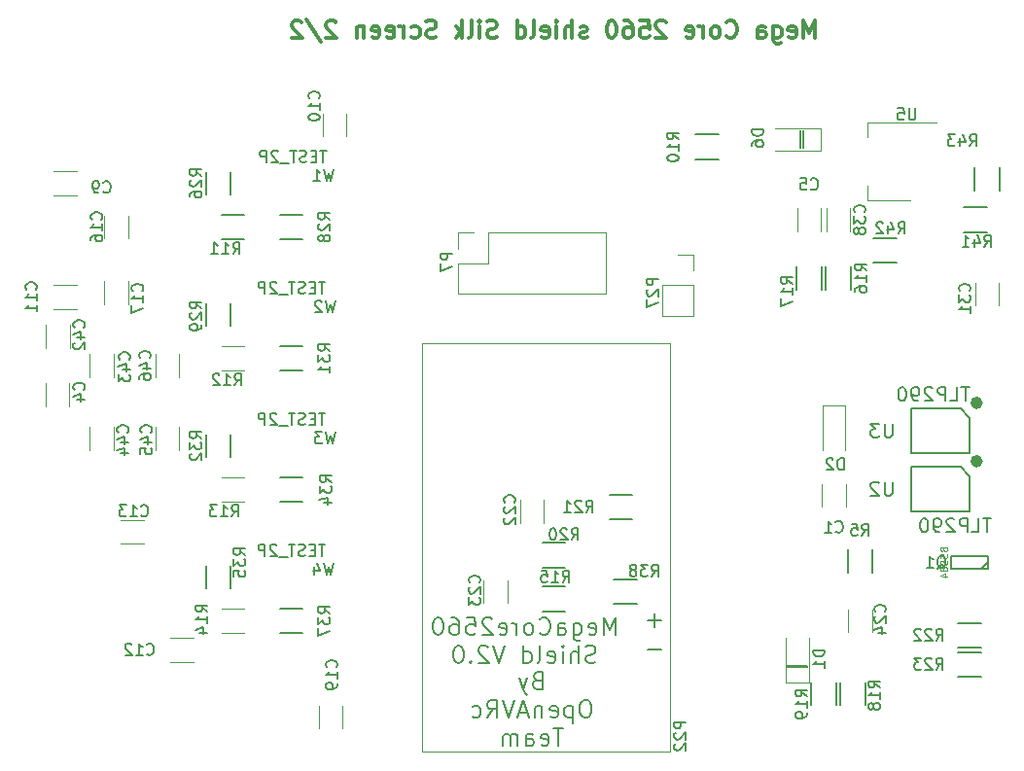
<source format=gbr>
G04 #@! TF.FileFunction,Legend,Bot*
%FSLAX46Y46*%
G04 Gerber Fmt 4.6, Leading zero omitted, Abs format (unit mm)*
G04 Created by KiCad (PCBNEW 4.0.7) date 11/20/17 08:28:58*
%MOMM*%
%LPD*%
G01*
G04 APERTURE LIST*
%ADD10C,0.100000*%
%ADD11C,0.150000*%
%ADD12C,0.210000*%
%ADD13C,0.300000*%
%ADD14C,0.120000*%
%ADD15C,0.200000*%
%ADD16C,0.500000*%
G04 APERTURE END LIST*
D10*
D11*
X208630520Y-112806480D02*
X206852520Y-112806480D01*
X208630520Y-112933480D02*
X206852520Y-112933480D01*
X207995520Y-67721480D02*
X207995520Y-66197480D01*
X208249520Y-67721480D02*
X208249520Y-66197480D01*
D12*
X194724092Y-111389623D02*
X195866949Y-111389623D01*
X194724092Y-108849623D02*
X195866949Y-108849623D01*
X195295520Y-109421051D02*
X195295520Y-108278194D01*
D13*
X209282517Y-58113051D02*
X209282517Y-56613051D01*
X208782517Y-57684480D01*
X208282517Y-56613051D01*
X208282517Y-58113051D01*
X206996803Y-58041623D02*
X207139660Y-58113051D01*
X207425374Y-58113051D01*
X207568231Y-58041623D01*
X207639660Y-57898766D01*
X207639660Y-57327337D01*
X207568231Y-57184480D01*
X207425374Y-57113051D01*
X207139660Y-57113051D01*
X206996803Y-57184480D01*
X206925374Y-57327337D01*
X206925374Y-57470194D01*
X207639660Y-57613051D01*
X205639660Y-57113051D02*
X205639660Y-58327337D01*
X205711089Y-58470194D01*
X205782517Y-58541623D01*
X205925374Y-58613051D01*
X206139660Y-58613051D01*
X206282517Y-58541623D01*
X205639660Y-58041623D02*
X205782517Y-58113051D01*
X206068231Y-58113051D01*
X206211089Y-58041623D01*
X206282517Y-57970194D01*
X206353946Y-57827337D01*
X206353946Y-57398766D01*
X206282517Y-57255909D01*
X206211089Y-57184480D01*
X206068231Y-57113051D01*
X205782517Y-57113051D01*
X205639660Y-57184480D01*
X204282517Y-58113051D02*
X204282517Y-57327337D01*
X204353946Y-57184480D01*
X204496803Y-57113051D01*
X204782517Y-57113051D01*
X204925374Y-57184480D01*
X204282517Y-58041623D02*
X204425374Y-58113051D01*
X204782517Y-58113051D01*
X204925374Y-58041623D01*
X204996803Y-57898766D01*
X204996803Y-57755909D01*
X204925374Y-57613051D01*
X204782517Y-57541623D01*
X204425374Y-57541623D01*
X204282517Y-57470194D01*
X201568231Y-57970194D02*
X201639660Y-58041623D01*
X201853946Y-58113051D01*
X201996803Y-58113051D01*
X202211088Y-58041623D01*
X202353946Y-57898766D01*
X202425374Y-57755909D01*
X202496803Y-57470194D01*
X202496803Y-57255909D01*
X202425374Y-56970194D01*
X202353946Y-56827337D01*
X202211088Y-56684480D01*
X201996803Y-56613051D01*
X201853946Y-56613051D01*
X201639660Y-56684480D01*
X201568231Y-56755909D01*
X200711088Y-58113051D02*
X200853946Y-58041623D01*
X200925374Y-57970194D01*
X200996803Y-57827337D01*
X200996803Y-57398766D01*
X200925374Y-57255909D01*
X200853946Y-57184480D01*
X200711088Y-57113051D01*
X200496803Y-57113051D01*
X200353946Y-57184480D01*
X200282517Y-57255909D01*
X200211088Y-57398766D01*
X200211088Y-57827337D01*
X200282517Y-57970194D01*
X200353946Y-58041623D01*
X200496803Y-58113051D01*
X200711088Y-58113051D01*
X199568231Y-58113051D02*
X199568231Y-57113051D01*
X199568231Y-57398766D02*
X199496803Y-57255909D01*
X199425374Y-57184480D01*
X199282517Y-57113051D01*
X199139660Y-57113051D01*
X198068232Y-58041623D02*
X198211089Y-58113051D01*
X198496803Y-58113051D01*
X198639660Y-58041623D01*
X198711089Y-57898766D01*
X198711089Y-57327337D01*
X198639660Y-57184480D01*
X198496803Y-57113051D01*
X198211089Y-57113051D01*
X198068232Y-57184480D01*
X197996803Y-57327337D01*
X197996803Y-57470194D01*
X198711089Y-57613051D01*
X196282518Y-56755909D02*
X196211089Y-56684480D01*
X196068232Y-56613051D01*
X195711089Y-56613051D01*
X195568232Y-56684480D01*
X195496803Y-56755909D01*
X195425375Y-56898766D01*
X195425375Y-57041623D01*
X195496803Y-57255909D01*
X196353946Y-58113051D01*
X195425375Y-58113051D01*
X194068232Y-56613051D02*
X194782518Y-56613051D01*
X194853947Y-57327337D01*
X194782518Y-57255909D01*
X194639661Y-57184480D01*
X194282518Y-57184480D01*
X194139661Y-57255909D01*
X194068232Y-57327337D01*
X193996804Y-57470194D01*
X193996804Y-57827337D01*
X194068232Y-57970194D01*
X194139661Y-58041623D01*
X194282518Y-58113051D01*
X194639661Y-58113051D01*
X194782518Y-58041623D01*
X194853947Y-57970194D01*
X192711090Y-56613051D02*
X192996804Y-56613051D01*
X193139661Y-56684480D01*
X193211090Y-56755909D01*
X193353947Y-56970194D01*
X193425376Y-57255909D01*
X193425376Y-57827337D01*
X193353947Y-57970194D01*
X193282519Y-58041623D01*
X193139661Y-58113051D01*
X192853947Y-58113051D01*
X192711090Y-58041623D01*
X192639661Y-57970194D01*
X192568233Y-57827337D01*
X192568233Y-57470194D01*
X192639661Y-57327337D01*
X192711090Y-57255909D01*
X192853947Y-57184480D01*
X193139661Y-57184480D01*
X193282519Y-57255909D01*
X193353947Y-57327337D01*
X193425376Y-57470194D01*
X191639662Y-56613051D02*
X191496805Y-56613051D01*
X191353948Y-56684480D01*
X191282519Y-56755909D01*
X191211090Y-56898766D01*
X191139662Y-57184480D01*
X191139662Y-57541623D01*
X191211090Y-57827337D01*
X191282519Y-57970194D01*
X191353948Y-58041623D01*
X191496805Y-58113051D01*
X191639662Y-58113051D01*
X191782519Y-58041623D01*
X191853948Y-57970194D01*
X191925376Y-57827337D01*
X191996805Y-57541623D01*
X191996805Y-57184480D01*
X191925376Y-56898766D01*
X191853948Y-56755909D01*
X191782519Y-56684480D01*
X191639662Y-56613051D01*
X189425377Y-58041623D02*
X189282520Y-58113051D01*
X188996805Y-58113051D01*
X188853948Y-58041623D01*
X188782520Y-57898766D01*
X188782520Y-57827337D01*
X188853948Y-57684480D01*
X188996805Y-57613051D01*
X189211091Y-57613051D01*
X189353948Y-57541623D01*
X189425377Y-57398766D01*
X189425377Y-57327337D01*
X189353948Y-57184480D01*
X189211091Y-57113051D01*
X188996805Y-57113051D01*
X188853948Y-57184480D01*
X188139662Y-58113051D02*
X188139662Y-56613051D01*
X187496805Y-58113051D02*
X187496805Y-57327337D01*
X187568234Y-57184480D01*
X187711091Y-57113051D01*
X187925376Y-57113051D01*
X188068234Y-57184480D01*
X188139662Y-57255909D01*
X186782519Y-58113051D02*
X186782519Y-57113051D01*
X186782519Y-56613051D02*
X186853948Y-56684480D01*
X186782519Y-56755909D01*
X186711091Y-56684480D01*
X186782519Y-56613051D01*
X186782519Y-56755909D01*
X185496805Y-58041623D02*
X185639662Y-58113051D01*
X185925376Y-58113051D01*
X186068233Y-58041623D01*
X186139662Y-57898766D01*
X186139662Y-57327337D01*
X186068233Y-57184480D01*
X185925376Y-57113051D01*
X185639662Y-57113051D01*
X185496805Y-57184480D01*
X185425376Y-57327337D01*
X185425376Y-57470194D01*
X186139662Y-57613051D01*
X184568233Y-58113051D02*
X184711091Y-58041623D01*
X184782519Y-57898766D01*
X184782519Y-56613051D01*
X183353948Y-58113051D02*
X183353948Y-56613051D01*
X183353948Y-58041623D02*
X183496805Y-58113051D01*
X183782519Y-58113051D01*
X183925377Y-58041623D01*
X183996805Y-57970194D01*
X184068234Y-57827337D01*
X184068234Y-57398766D01*
X183996805Y-57255909D01*
X183925377Y-57184480D01*
X183782519Y-57113051D01*
X183496805Y-57113051D01*
X183353948Y-57184480D01*
X181568234Y-58041623D02*
X181353948Y-58113051D01*
X180996805Y-58113051D01*
X180853948Y-58041623D01*
X180782519Y-57970194D01*
X180711091Y-57827337D01*
X180711091Y-57684480D01*
X180782519Y-57541623D01*
X180853948Y-57470194D01*
X180996805Y-57398766D01*
X181282519Y-57327337D01*
X181425377Y-57255909D01*
X181496805Y-57184480D01*
X181568234Y-57041623D01*
X181568234Y-56898766D01*
X181496805Y-56755909D01*
X181425377Y-56684480D01*
X181282519Y-56613051D01*
X180925377Y-56613051D01*
X180711091Y-56684480D01*
X180068234Y-58113051D02*
X180068234Y-57113051D01*
X180068234Y-56613051D02*
X180139663Y-56684480D01*
X180068234Y-56755909D01*
X179996806Y-56684480D01*
X180068234Y-56613051D01*
X180068234Y-56755909D01*
X179139662Y-58113051D02*
X179282520Y-58041623D01*
X179353948Y-57898766D01*
X179353948Y-56613051D01*
X178568234Y-58113051D02*
X178568234Y-56613051D01*
X178425377Y-57541623D02*
X177996806Y-58113051D01*
X177996806Y-57113051D02*
X178568234Y-57684480D01*
X176282520Y-58041623D02*
X176068234Y-58113051D01*
X175711091Y-58113051D01*
X175568234Y-58041623D01*
X175496805Y-57970194D01*
X175425377Y-57827337D01*
X175425377Y-57684480D01*
X175496805Y-57541623D01*
X175568234Y-57470194D01*
X175711091Y-57398766D01*
X175996805Y-57327337D01*
X176139663Y-57255909D01*
X176211091Y-57184480D01*
X176282520Y-57041623D01*
X176282520Y-56898766D01*
X176211091Y-56755909D01*
X176139663Y-56684480D01*
X175996805Y-56613051D01*
X175639663Y-56613051D01*
X175425377Y-56684480D01*
X174139663Y-58041623D02*
X174282520Y-58113051D01*
X174568234Y-58113051D01*
X174711092Y-58041623D01*
X174782520Y-57970194D01*
X174853949Y-57827337D01*
X174853949Y-57398766D01*
X174782520Y-57255909D01*
X174711092Y-57184480D01*
X174568234Y-57113051D01*
X174282520Y-57113051D01*
X174139663Y-57184480D01*
X173496806Y-58113051D02*
X173496806Y-57113051D01*
X173496806Y-57398766D02*
X173425378Y-57255909D01*
X173353949Y-57184480D01*
X173211092Y-57113051D01*
X173068235Y-57113051D01*
X171996807Y-58041623D02*
X172139664Y-58113051D01*
X172425378Y-58113051D01*
X172568235Y-58041623D01*
X172639664Y-57898766D01*
X172639664Y-57327337D01*
X172568235Y-57184480D01*
X172425378Y-57113051D01*
X172139664Y-57113051D01*
X171996807Y-57184480D01*
X171925378Y-57327337D01*
X171925378Y-57470194D01*
X172639664Y-57613051D01*
X170711093Y-58041623D02*
X170853950Y-58113051D01*
X171139664Y-58113051D01*
X171282521Y-58041623D01*
X171353950Y-57898766D01*
X171353950Y-57327337D01*
X171282521Y-57184480D01*
X171139664Y-57113051D01*
X170853950Y-57113051D01*
X170711093Y-57184480D01*
X170639664Y-57327337D01*
X170639664Y-57470194D01*
X171353950Y-57613051D01*
X169996807Y-57113051D02*
X169996807Y-58113051D01*
X169996807Y-57255909D02*
X169925379Y-57184480D01*
X169782521Y-57113051D01*
X169568236Y-57113051D01*
X169425379Y-57184480D01*
X169353950Y-57327337D01*
X169353950Y-58113051D01*
X167568236Y-56755909D02*
X167496807Y-56684480D01*
X167353950Y-56613051D01*
X166996807Y-56613051D01*
X166853950Y-56684480D01*
X166782521Y-56755909D01*
X166711093Y-56898766D01*
X166711093Y-57041623D01*
X166782521Y-57255909D01*
X167639664Y-58113051D01*
X166711093Y-58113051D01*
X164996808Y-56541623D02*
X166282522Y-58470194D01*
X164568236Y-56755909D02*
X164496807Y-56684480D01*
X164353950Y-56613051D01*
X163996807Y-56613051D01*
X163853950Y-56684480D01*
X163782521Y-56755909D01*
X163711093Y-56898766D01*
X163711093Y-57041623D01*
X163782521Y-57255909D01*
X164639664Y-58113051D01*
X163711093Y-58113051D01*
D12*
X185091805Y-114049337D02*
X184877519Y-114120766D01*
X184806091Y-114192194D01*
X184734662Y-114335051D01*
X184734662Y-114549337D01*
X184806091Y-114692194D01*
X184877519Y-114763623D01*
X185020377Y-114835051D01*
X185591805Y-114835051D01*
X185591805Y-113335051D01*
X185091805Y-113335051D01*
X184948948Y-113406480D01*
X184877519Y-113477909D01*
X184806091Y-113620766D01*
X184806091Y-113763623D01*
X184877519Y-113906480D01*
X184948948Y-113977909D01*
X185091805Y-114049337D01*
X185591805Y-114049337D01*
X184234662Y-113835051D02*
X183877519Y-114835051D01*
X183520377Y-113835051D02*
X183877519Y-114835051D01*
X184020377Y-115192194D01*
X184091805Y-115263623D01*
X184234662Y-115335051D01*
X189448948Y-115795051D02*
X189163234Y-115795051D01*
X189020376Y-115866480D01*
X188877519Y-116009337D01*
X188806091Y-116295051D01*
X188806091Y-116795051D01*
X188877519Y-117080766D01*
X189020376Y-117223623D01*
X189163234Y-117295051D01*
X189448948Y-117295051D01*
X189591805Y-117223623D01*
X189734662Y-117080766D01*
X189806091Y-116795051D01*
X189806091Y-116295051D01*
X189734662Y-116009337D01*
X189591805Y-115866480D01*
X189448948Y-115795051D01*
X188163233Y-116295051D02*
X188163233Y-117795051D01*
X188163233Y-116366480D02*
X188020376Y-116295051D01*
X187734662Y-116295051D01*
X187591805Y-116366480D01*
X187520376Y-116437909D01*
X187448947Y-116580766D01*
X187448947Y-117009337D01*
X187520376Y-117152194D01*
X187591805Y-117223623D01*
X187734662Y-117295051D01*
X188020376Y-117295051D01*
X188163233Y-117223623D01*
X186234662Y-117223623D02*
X186377519Y-117295051D01*
X186663233Y-117295051D01*
X186806090Y-117223623D01*
X186877519Y-117080766D01*
X186877519Y-116509337D01*
X186806090Y-116366480D01*
X186663233Y-116295051D01*
X186377519Y-116295051D01*
X186234662Y-116366480D01*
X186163233Y-116509337D01*
X186163233Y-116652194D01*
X186877519Y-116795051D01*
X185520376Y-116295051D02*
X185520376Y-117295051D01*
X185520376Y-116437909D02*
X185448948Y-116366480D01*
X185306090Y-116295051D01*
X185091805Y-116295051D01*
X184948948Y-116366480D01*
X184877519Y-116509337D01*
X184877519Y-117295051D01*
X184234662Y-116866480D02*
X183520376Y-116866480D01*
X184377519Y-117295051D02*
X183877519Y-115795051D01*
X183377519Y-117295051D01*
X183091805Y-115795051D02*
X182591805Y-117295051D01*
X182091805Y-115795051D01*
X180734662Y-117295051D02*
X181234662Y-116580766D01*
X181591805Y-117295051D02*
X181591805Y-115795051D01*
X181020377Y-115795051D01*
X180877519Y-115866480D01*
X180806091Y-115937909D01*
X180734662Y-116080766D01*
X180734662Y-116295051D01*
X180806091Y-116437909D01*
X180877519Y-116509337D01*
X181020377Y-116580766D01*
X181591805Y-116580766D01*
X179448948Y-117223623D02*
X179591805Y-117295051D01*
X179877519Y-117295051D01*
X180020377Y-117223623D01*
X180091805Y-117152194D01*
X180163234Y-117009337D01*
X180163234Y-116580766D01*
X180091805Y-116437909D01*
X180020377Y-116366480D01*
X179877519Y-116295051D01*
X179591805Y-116295051D01*
X179448948Y-116366480D01*
X187377520Y-118255051D02*
X186520377Y-118255051D01*
X186948948Y-119755051D02*
X186948948Y-118255051D01*
X185448949Y-119683623D02*
X185591806Y-119755051D01*
X185877520Y-119755051D01*
X186020377Y-119683623D01*
X186091806Y-119540766D01*
X186091806Y-118969337D01*
X186020377Y-118826480D01*
X185877520Y-118755051D01*
X185591806Y-118755051D01*
X185448949Y-118826480D01*
X185377520Y-118969337D01*
X185377520Y-119112194D01*
X186091806Y-119255051D01*
X184091806Y-119755051D02*
X184091806Y-118969337D01*
X184163235Y-118826480D01*
X184306092Y-118755051D01*
X184591806Y-118755051D01*
X184734663Y-118826480D01*
X184091806Y-119683623D02*
X184234663Y-119755051D01*
X184591806Y-119755051D01*
X184734663Y-119683623D01*
X184806092Y-119540766D01*
X184806092Y-119397909D01*
X184734663Y-119255051D01*
X184591806Y-119183623D01*
X184234663Y-119183623D01*
X184091806Y-119112194D01*
X183377520Y-119755051D02*
X183377520Y-118755051D01*
X183377520Y-118897909D02*
X183306092Y-118826480D01*
X183163234Y-118755051D01*
X182948949Y-118755051D01*
X182806092Y-118826480D01*
X182734663Y-118969337D01*
X182734663Y-119755051D01*
X182734663Y-118969337D02*
X182663234Y-118826480D01*
X182520377Y-118755051D01*
X182306092Y-118755051D01*
X182163234Y-118826480D01*
X182091806Y-118969337D01*
X182091806Y-119755051D01*
X191885376Y-110096051D02*
X191885376Y-108596051D01*
X191385376Y-109667480D01*
X190885376Y-108596051D01*
X190885376Y-110096051D01*
X189599662Y-110024623D02*
X189742519Y-110096051D01*
X190028233Y-110096051D01*
X190171090Y-110024623D01*
X190242519Y-109881766D01*
X190242519Y-109310337D01*
X190171090Y-109167480D01*
X190028233Y-109096051D01*
X189742519Y-109096051D01*
X189599662Y-109167480D01*
X189528233Y-109310337D01*
X189528233Y-109453194D01*
X190242519Y-109596051D01*
X188242519Y-109096051D02*
X188242519Y-110310337D01*
X188313948Y-110453194D01*
X188385376Y-110524623D01*
X188528233Y-110596051D01*
X188742519Y-110596051D01*
X188885376Y-110524623D01*
X188242519Y-110024623D02*
X188385376Y-110096051D01*
X188671090Y-110096051D01*
X188813948Y-110024623D01*
X188885376Y-109953194D01*
X188956805Y-109810337D01*
X188956805Y-109381766D01*
X188885376Y-109238909D01*
X188813948Y-109167480D01*
X188671090Y-109096051D01*
X188385376Y-109096051D01*
X188242519Y-109167480D01*
X186885376Y-110096051D02*
X186885376Y-109310337D01*
X186956805Y-109167480D01*
X187099662Y-109096051D01*
X187385376Y-109096051D01*
X187528233Y-109167480D01*
X186885376Y-110024623D02*
X187028233Y-110096051D01*
X187385376Y-110096051D01*
X187528233Y-110024623D01*
X187599662Y-109881766D01*
X187599662Y-109738909D01*
X187528233Y-109596051D01*
X187385376Y-109524623D01*
X187028233Y-109524623D01*
X186885376Y-109453194D01*
X185313947Y-109953194D02*
X185385376Y-110024623D01*
X185599662Y-110096051D01*
X185742519Y-110096051D01*
X185956804Y-110024623D01*
X186099662Y-109881766D01*
X186171090Y-109738909D01*
X186242519Y-109453194D01*
X186242519Y-109238909D01*
X186171090Y-108953194D01*
X186099662Y-108810337D01*
X185956804Y-108667480D01*
X185742519Y-108596051D01*
X185599662Y-108596051D01*
X185385376Y-108667480D01*
X185313947Y-108738909D01*
X184456804Y-110096051D02*
X184599662Y-110024623D01*
X184671090Y-109953194D01*
X184742519Y-109810337D01*
X184742519Y-109381766D01*
X184671090Y-109238909D01*
X184599662Y-109167480D01*
X184456804Y-109096051D01*
X184242519Y-109096051D01*
X184099662Y-109167480D01*
X184028233Y-109238909D01*
X183956804Y-109381766D01*
X183956804Y-109810337D01*
X184028233Y-109953194D01*
X184099662Y-110024623D01*
X184242519Y-110096051D01*
X184456804Y-110096051D01*
X183313947Y-110096051D02*
X183313947Y-109096051D01*
X183313947Y-109381766D02*
X183242519Y-109238909D01*
X183171090Y-109167480D01*
X183028233Y-109096051D01*
X182885376Y-109096051D01*
X181813948Y-110024623D02*
X181956805Y-110096051D01*
X182242519Y-110096051D01*
X182385376Y-110024623D01*
X182456805Y-109881766D01*
X182456805Y-109310337D01*
X182385376Y-109167480D01*
X182242519Y-109096051D01*
X181956805Y-109096051D01*
X181813948Y-109167480D01*
X181742519Y-109310337D01*
X181742519Y-109453194D01*
X182456805Y-109596051D01*
X181171091Y-108738909D02*
X181099662Y-108667480D01*
X180956805Y-108596051D01*
X180599662Y-108596051D01*
X180456805Y-108667480D01*
X180385376Y-108738909D01*
X180313948Y-108881766D01*
X180313948Y-109024623D01*
X180385376Y-109238909D01*
X181242519Y-110096051D01*
X180313948Y-110096051D01*
X178956805Y-108596051D02*
X179671091Y-108596051D01*
X179742520Y-109310337D01*
X179671091Y-109238909D01*
X179528234Y-109167480D01*
X179171091Y-109167480D01*
X179028234Y-109238909D01*
X178956805Y-109310337D01*
X178885377Y-109453194D01*
X178885377Y-109810337D01*
X178956805Y-109953194D01*
X179028234Y-110024623D01*
X179171091Y-110096051D01*
X179528234Y-110096051D01*
X179671091Y-110024623D01*
X179742520Y-109953194D01*
X177599663Y-108596051D02*
X177885377Y-108596051D01*
X178028234Y-108667480D01*
X178099663Y-108738909D01*
X178242520Y-108953194D01*
X178313949Y-109238909D01*
X178313949Y-109810337D01*
X178242520Y-109953194D01*
X178171092Y-110024623D01*
X178028234Y-110096051D01*
X177742520Y-110096051D01*
X177599663Y-110024623D01*
X177528234Y-109953194D01*
X177456806Y-109810337D01*
X177456806Y-109453194D01*
X177528234Y-109310337D01*
X177599663Y-109238909D01*
X177742520Y-109167480D01*
X178028234Y-109167480D01*
X178171092Y-109238909D01*
X178242520Y-109310337D01*
X178313949Y-109453194D01*
X176528235Y-108596051D02*
X176385378Y-108596051D01*
X176242521Y-108667480D01*
X176171092Y-108738909D01*
X176099663Y-108881766D01*
X176028235Y-109167480D01*
X176028235Y-109524623D01*
X176099663Y-109810337D01*
X176171092Y-109953194D01*
X176242521Y-110024623D01*
X176385378Y-110096051D01*
X176528235Y-110096051D01*
X176671092Y-110024623D01*
X176742521Y-109953194D01*
X176813949Y-109810337D01*
X176885378Y-109524623D01*
X176885378Y-109167480D01*
X176813949Y-108881766D01*
X176742521Y-108738909D01*
X176671092Y-108667480D01*
X176528235Y-108596051D01*
X190171091Y-112484623D02*
X189956805Y-112556051D01*
X189599662Y-112556051D01*
X189456805Y-112484623D01*
X189385376Y-112413194D01*
X189313948Y-112270337D01*
X189313948Y-112127480D01*
X189385376Y-111984623D01*
X189456805Y-111913194D01*
X189599662Y-111841766D01*
X189885376Y-111770337D01*
X190028234Y-111698909D01*
X190099662Y-111627480D01*
X190171091Y-111484623D01*
X190171091Y-111341766D01*
X190099662Y-111198909D01*
X190028234Y-111127480D01*
X189885376Y-111056051D01*
X189528234Y-111056051D01*
X189313948Y-111127480D01*
X188671091Y-112556051D02*
X188671091Y-111056051D01*
X188028234Y-112556051D02*
X188028234Y-111770337D01*
X188099663Y-111627480D01*
X188242520Y-111556051D01*
X188456805Y-111556051D01*
X188599663Y-111627480D01*
X188671091Y-111698909D01*
X187313948Y-112556051D02*
X187313948Y-111556051D01*
X187313948Y-111056051D02*
X187385377Y-111127480D01*
X187313948Y-111198909D01*
X187242520Y-111127480D01*
X187313948Y-111056051D01*
X187313948Y-111198909D01*
X186028234Y-112484623D02*
X186171091Y-112556051D01*
X186456805Y-112556051D01*
X186599662Y-112484623D01*
X186671091Y-112341766D01*
X186671091Y-111770337D01*
X186599662Y-111627480D01*
X186456805Y-111556051D01*
X186171091Y-111556051D01*
X186028234Y-111627480D01*
X185956805Y-111770337D01*
X185956805Y-111913194D01*
X186671091Y-112056051D01*
X185099662Y-112556051D02*
X185242520Y-112484623D01*
X185313948Y-112341766D01*
X185313948Y-111056051D01*
X183885377Y-112556051D02*
X183885377Y-111056051D01*
X183885377Y-112484623D02*
X184028234Y-112556051D01*
X184313948Y-112556051D01*
X184456806Y-112484623D01*
X184528234Y-112413194D01*
X184599663Y-112270337D01*
X184599663Y-111841766D01*
X184528234Y-111698909D01*
X184456806Y-111627480D01*
X184313948Y-111556051D01*
X184028234Y-111556051D01*
X183885377Y-111627480D01*
X182242520Y-111056051D02*
X181742520Y-112556051D01*
X181242520Y-111056051D01*
X180813949Y-111198909D02*
X180742520Y-111127480D01*
X180599663Y-111056051D01*
X180242520Y-111056051D01*
X180099663Y-111127480D01*
X180028234Y-111198909D01*
X179956806Y-111341766D01*
X179956806Y-111484623D01*
X180028234Y-111698909D01*
X180885377Y-112556051D01*
X179956806Y-112556051D01*
X179313949Y-112413194D02*
X179242521Y-112484623D01*
X179313949Y-112556051D01*
X179385378Y-112484623D01*
X179313949Y-112413194D01*
X179313949Y-112556051D01*
X178313949Y-111056051D02*
X178171092Y-111056051D01*
X178028235Y-111127480D01*
X177956806Y-111198909D01*
X177885377Y-111341766D01*
X177813949Y-111627480D01*
X177813949Y-111984623D01*
X177885377Y-112270337D01*
X177956806Y-112413194D01*
X178028235Y-112484623D01*
X178171092Y-112556051D01*
X178313949Y-112556051D01*
X178456806Y-112484623D01*
X178528235Y-112413194D01*
X178599663Y-112270337D01*
X178671092Y-111984623D01*
X178671092Y-111627480D01*
X178599663Y-111341766D01*
X178528235Y-111198909D01*
X178456806Y-111127480D01*
X178313949Y-111056051D01*
D14*
X208741520Y-114294480D02*
X206741520Y-114294480D01*
X206741520Y-114294480D02*
X206741520Y-110394480D01*
X208741520Y-114294480D02*
X208741520Y-110394480D01*
D11*
X213642520Y-116219480D02*
X213642520Y-114219480D01*
X211492520Y-114219480D02*
X211492520Y-116219480D01*
X211102520Y-116219480D02*
X211102520Y-114219480D01*
X208952520Y-114219480D02*
X208952520Y-116219480D01*
X223727520Y-111604480D02*
X221727520Y-111604480D01*
X221727520Y-113754480D02*
X223727520Y-113754480D01*
X223727520Y-109064480D02*
X221727520Y-109064480D01*
X221727520Y-111214480D02*
X223727520Y-111214480D01*
D14*
X214227520Y-107869480D02*
X214227520Y-109869480D01*
X212177520Y-109869480D02*
X212177520Y-107869480D01*
D11*
X212127520Y-102662480D02*
X212127520Y-104662480D01*
X214277520Y-104662480D02*
X214277520Y-102662480D01*
X224327520Y-103789480D02*
X223777520Y-104339480D01*
X224327520Y-103239480D02*
X224327520Y-104339480D01*
X221127520Y-103239480D02*
X221127520Y-104339480D01*
X224327520Y-104339480D02*
X221127520Y-104339480D01*
X224327520Y-103239480D02*
X221127520Y-103239480D01*
D15*
X222737520Y-96269480D02*
X222737520Y-99389480D01*
X222737520Y-99389480D02*
X217637520Y-99389480D01*
X217637520Y-99389480D02*
X217637520Y-95489480D01*
X217637520Y-95489480D02*
X221957520Y-95489480D01*
X221957520Y-95489480D02*
X222737520Y-96269480D01*
D16*
X223637120Y-94981480D02*
G75*
G03X223637120Y-94981480I-290000J0D01*
G01*
D15*
X222737520Y-91189480D02*
X222737520Y-94309480D01*
X222737520Y-94309480D02*
X217637520Y-94309480D01*
X217637520Y-94309480D02*
X217637520Y-90409480D01*
X217637520Y-90409480D02*
X221957520Y-90409480D01*
X221957520Y-90409480D02*
X222737520Y-91189480D01*
D16*
X223637120Y-89901480D02*
G75*
G03X223637120Y-89901480I-290000J0D01*
G01*
D14*
X211941520Y-96947480D02*
X211941520Y-98947480D01*
X209891520Y-98947480D02*
X209891520Y-96947480D01*
X209916520Y-90109480D02*
X211916520Y-90109480D01*
X211916520Y-90109480D02*
X211916520Y-94009480D01*
X209916520Y-90109480D02*
X209916520Y-94009480D01*
X223226520Y-81421480D02*
X223226520Y-79421480D01*
X225276520Y-79421480D02*
X225276520Y-81421480D01*
D11*
X222235520Y-75019480D02*
X224235520Y-75019480D01*
X224235520Y-72869480D02*
X222235520Y-72869480D01*
X225326520Y-71388480D02*
X225326520Y-69388480D01*
X223176520Y-69388480D02*
X223176520Y-71388480D01*
X210222520Y-78024480D02*
X210222520Y-80024480D01*
X212372520Y-80024480D02*
X212372520Y-78024480D01*
X207682520Y-78024480D02*
X207682520Y-80024480D01*
X209832520Y-80024480D02*
X209832520Y-78024480D01*
X214361520Y-77686480D02*
X216361520Y-77686480D01*
X216361520Y-75536480D02*
X214361520Y-75536480D01*
D14*
X210272520Y-74944480D02*
X210272520Y-72944480D01*
X212322520Y-72944480D02*
X212322520Y-74944480D01*
X207732520Y-74944480D02*
X207732520Y-72944480D01*
X209782520Y-72944480D02*
X209782520Y-74944480D01*
X213832520Y-72274480D02*
X213832520Y-71014480D01*
X213832520Y-65454480D02*
X213832520Y-66714480D01*
X217592520Y-72274480D02*
X213832520Y-72274480D01*
X219842520Y-65454480D02*
X213832520Y-65454480D01*
X209737520Y-65959480D02*
X209737520Y-67959480D01*
X209737520Y-67959480D02*
X205837520Y-67959480D01*
X209737520Y-65959480D02*
X205837520Y-65959480D01*
D11*
X200867520Y-66519480D02*
X198867520Y-66519480D01*
X198867520Y-68669480D02*
X200867520Y-68669480D01*
D14*
X198717520Y-79659480D02*
X198717520Y-82319480D01*
X198717520Y-82319480D02*
X195937520Y-82319480D01*
X195937520Y-82319480D02*
X195937520Y-79659480D01*
X195937520Y-79659480D02*
X198717520Y-79659480D01*
X198717520Y-78389480D02*
X198717520Y-76999480D01*
X198717520Y-76999480D02*
X197327520Y-76999480D01*
X180817520Y-75094480D02*
X191097520Y-75094480D01*
X191097520Y-75094480D02*
X191097520Y-80414480D01*
X191097520Y-80414480D02*
X178157520Y-80414480D01*
X178157520Y-80414480D02*
X178157520Y-77754480D01*
X178157520Y-77754480D02*
X180817520Y-77754480D01*
X180817520Y-77754480D02*
X180817520Y-75094480D01*
X179547520Y-75094480D02*
X178157520Y-75094480D01*
X178157520Y-75094480D02*
X178157520Y-76484480D01*
X196692520Y-120299480D02*
X175102520Y-120299480D01*
X175102520Y-120299480D02*
X175102520Y-84739480D01*
X175102520Y-84739480D02*
X196692520Y-84739480D01*
X196692520Y-84739480D02*
X196692520Y-120299480D01*
D11*
X191374520Y-100038480D02*
X193374520Y-100038480D01*
X193374520Y-97888480D02*
X191374520Y-97888480D01*
D14*
X183602520Y-100344480D02*
X183602520Y-98344480D01*
X185652520Y-98344480D02*
X185652520Y-100344480D01*
D11*
X187532520Y-102079480D02*
X185532520Y-102079480D01*
X185532520Y-104229480D02*
X187532520Y-104229480D01*
X191755520Y-107404480D02*
X193755520Y-107404480D01*
X193755520Y-105254480D02*
X191755520Y-105254480D01*
X187532520Y-105889480D02*
X185532520Y-105889480D01*
X185532520Y-108039480D02*
X187532520Y-108039480D01*
D14*
X180427520Y-107329480D02*
X180427520Y-105329480D01*
X182477520Y-105329480D02*
X182477520Y-107329480D01*
X166076520Y-118251480D02*
X166076520Y-116251480D01*
X168126520Y-116251480D02*
X168126520Y-118251480D01*
D11*
X156247520Y-104059480D02*
X156247520Y-106059480D01*
X158397520Y-106059480D02*
X158397520Y-104059480D01*
D14*
X155147520Y-112434480D02*
X153147520Y-112434480D01*
X153147520Y-110384480D02*
X155147520Y-110384480D01*
X148829520Y-100097480D02*
X150829520Y-100097480D01*
X150829520Y-102147480D02*
X148829520Y-102147480D01*
D11*
X164672520Y-96364480D02*
X162672520Y-96364480D01*
X162672520Y-98514480D02*
X164672520Y-98514480D01*
X156247520Y-92629480D02*
X156247520Y-94629480D01*
X158397520Y-94629480D02*
X158397520Y-92629480D01*
D14*
X153902520Y-91994480D02*
X153902520Y-93994480D01*
X151852520Y-93994480D02*
X151852520Y-91994480D01*
X148187520Y-91994480D02*
X148187520Y-93994480D01*
X146137520Y-93994480D02*
X146137520Y-91994480D01*
X146137520Y-87644480D02*
X146137520Y-85644480D01*
X148187520Y-85644480D02*
X148187520Y-87644480D01*
X151852520Y-87644480D02*
X151852520Y-85644480D01*
X153902520Y-85644480D02*
X153902520Y-87644480D01*
D11*
X164672520Y-84934480D02*
X162672520Y-84934480D01*
X162672520Y-87084480D02*
X164672520Y-87084480D01*
X156247520Y-81199480D02*
X156247520Y-83199480D01*
X158397520Y-83199480D02*
X158397520Y-81199480D01*
X159592520Y-73504480D02*
X157592520Y-73504480D01*
X157592520Y-75654480D02*
X159592520Y-75654480D01*
X164672520Y-73504480D02*
X162672520Y-73504480D01*
X162672520Y-75654480D02*
X164672520Y-75654480D01*
D14*
X142987520Y-79650480D02*
X144987520Y-79650480D01*
X144987520Y-81700480D02*
X142987520Y-81700480D01*
X144377520Y-83104480D02*
X144377520Y-85104480D01*
X142327520Y-85104480D02*
X142327520Y-83104480D01*
X147407520Y-81294480D02*
X147407520Y-79294480D01*
X149457520Y-79294480D02*
X149457520Y-81294480D01*
X149457520Y-73579480D02*
X149457520Y-75579480D01*
X147407520Y-75579480D02*
X147407520Y-73579480D01*
D11*
X156247520Y-69769480D02*
X156247520Y-71769480D01*
X158397520Y-71769480D02*
X158397520Y-69769480D01*
D14*
X142987520Y-69744480D02*
X144987520Y-69744480D01*
X144987520Y-71794480D02*
X142987520Y-71794480D01*
X159592520Y-84939480D02*
X157592520Y-84939480D01*
X157592520Y-87079480D02*
X159592520Y-87079480D01*
X159592520Y-96369480D02*
X157592520Y-96369480D01*
X157592520Y-98509480D02*
X159592520Y-98509480D01*
D11*
X164672520Y-107794480D02*
X162672520Y-107794480D01*
X162672520Y-109944480D02*
X164672520Y-109944480D01*
D14*
X159592520Y-107799480D02*
X157592520Y-107799480D01*
X157592520Y-109939480D02*
X159592520Y-109939480D01*
X168502520Y-64689480D02*
X168502520Y-66689480D01*
X166462520Y-66689480D02*
X166462520Y-64689480D01*
X144372520Y-88184480D02*
X144372520Y-90184480D01*
X142332520Y-90184480D02*
X142332520Y-88184480D01*
D11*
X210098901Y-111433385D02*
X209098901Y-111433385D01*
X209098901Y-111671480D01*
X209146520Y-111814338D01*
X209241758Y-111909576D01*
X209336996Y-111957195D01*
X209527472Y-112004814D01*
X209670330Y-112004814D01*
X209860806Y-111957195D01*
X209956044Y-111909576D01*
X210051282Y-111814338D01*
X210098901Y-111671480D01*
X210098901Y-111433385D01*
X210098901Y-112957195D02*
X210098901Y-112385766D01*
X210098901Y-112671480D02*
X209098901Y-112671480D01*
X209241758Y-112576242D01*
X209336996Y-112481004D01*
X209384615Y-112385766D01*
X214924901Y-114703623D02*
X214448710Y-114370289D01*
X214924901Y-114132194D02*
X213924901Y-114132194D01*
X213924901Y-114513147D01*
X213972520Y-114608385D01*
X214020139Y-114656004D01*
X214115377Y-114703623D01*
X214258234Y-114703623D01*
X214353472Y-114656004D01*
X214401091Y-114608385D01*
X214448710Y-114513147D01*
X214448710Y-114132194D01*
X214924901Y-115656004D02*
X214924901Y-115084575D01*
X214924901Y-115370289D02*
X213924901Y-115370289D01*
X214067758Y-115275051D01*
X214162996Y-115179813D01*
X214210615Y-115084575D01*
X214353472Y-116227432D02*
X214305853Y-116132194D01*
X214258234Y-116084575D01*
X214162996Y-116036956D01*
X214115377Y-116036956D01*
X214020139Y-116084575D01*
X213972520Y-116132194D01*
X213924901Y-116227432D01*
X213924901Y-116417909D01*
X213972520Y-116513147D01*
X214020139Y-116560766D01*
X214115377Y-116608385D01*
X214162996Y-116608385D01*
X214258234Y-116560766D01*
X214305853Y-116513147D01*
X214353472Y-116417909D01*
X214353472Y-116227432D01*
X214401091Y-116132194D01*
X214448710Y-116084575D01*
X214543949Y-116036956D01*
X214734425Y-116036956D01*
X214829663Y-116084575D01*
X214877282Y-116132194D01*
X214924901Y-116227432D01*
X214924901Y-116417909D01*
X214877282Y-116513147D01*
X214829663Y-116560766D01*
X214734425Y-116608385D01*
X214543949Y-116608385D01*
X214448710Y-116560766D01*
X214401091Y-116513147D01*
X214353472Y-116417909D01*
X208574901Y-115465623D02*
X208098710Y-115132289D01*
X208574901Y-114894194D02*
X207574901Y-114894194D01*
X207574901Y-115275147D01*
X207622520Y-115370385D01*
X207670139Y-115418004D01*
X207765377Y-115465623D01*
X207908234Y-115465623D01*
X208003472Y-115418004D01*
X208051091Y-115370385D01*
X208098710Y-115275147D01*
X208098710Y-114894194D01*
X208574901Y-116418004D02*
X208574901Y-115846575D01*
X208574901Y-116132289D02*
X207574901Y-116132289D01*
X207717758Y-116037051D01*
X207812996Y-115941813D01*
X207860615Y-115846575D01*
X208574901Y-116894194D02*
X208574901Y-117084670D01*
X208527282Y-117179909D01*
X208479663Y-117227528D01*
X208336806Y-117322766D01*
X208146330Y-117370385D01*
X207765377Y-117370385D01*
X207670139Y-117322766D01*
X207622520Y-117275147D01*
X207574901Y-117179909D01*
X207574901Y-116989432D01*
X207622520Y-116894194D01*
X207670139Y-116846575D01*
X207765377Y-116798956D01*
X208003472Y-116798956D01*
X208098710Y-116846575D01*
X208146330Y-116894194D01*
X208193949Y-116989432D01*
X208193949Y-117179909D01*
X208146330Y-117275147D01*
X208098710Y-117322766D01*
X208003472Y-117370385D01*
X219814377Y-113131861D02*
X220147711Y-112655670D01*
X220385806Y-113131861D02*
X220385806Y-112131861D01*
X220004853Y-112131861D01*
X219909615Y-112179480D01*
X219861996Y-112227099D01*
X219814377Y-112322337D01*
X219814377Y-112465194D01*
X219861996Y-112560432D01*
X219909615Y-112608051D01*
X220004853Y-112655670D01*
X220385806Y-112655670D01*
X219433425Y-112227099D02*
X219385806Y-112179480D01*
X219290568Y-112131861D01*
X219052472Y-112131861D01*
X218957234Y-112179480D01*
X218909615Y-112227099D01*
X218861996Y-112322337D01*
X218861996Y-112417575D01*
X218909615Y-112560432D01*
X219481044Y-113131861D01*
X218861996Y-113131861D01*
X218528663Y-112131861D02*
X217909615Y-112131861D01*
X218242949Y-112512813D01*
X218100091Y-112512813D01*
X218004853Y-112560432D01*
X217957234Y-112608051D01*
X217909615Y-112703290D01*
X217909615Y-112941385D01*
X217957234Y-113036623D01*
X218004853Y-113084242D01*
X218100091Y-113131861D01*
X218385806Y-113131861D01*
X218481044Y-113084242D01*
X218528663Y-113036623D01*
X219814377Y-110591861D02*
X220147711Y-110115670D01*
X220385806Y-110591861D02*
X220385806Y-109591861D01*
X220004853Y-109591861D01*
X219909615Y-109639480D01*
X219861996Y-109687099D01*
X219814377Y-109782337D01*
X219814377Y-109925194D01*
X219861996Y-110020432D01*
X219909615Y-110068051D01*
X220004853Y-110115670D01*
X220385806Y-110115670D01*
X219433425Y-109687099D02*
X219385806Y-109639480D01*
X219290568Y-109591861D01*
X219052472Y-109591861D01*
X218957234Y-109639480D01*
X218909615Y-109687099D01*
X218861996Y-109782337D01*
X218861996Y-109877575D01*
X218909615Y-110020432D01*
X219481044Y-110591861D01*
X218861996Y-110591861D01*
X218481044Y-109687099D02*
X218433425Y-109639480D01*
X218338187Y-109591861D01*
X218100091Y-109591861D01*
X218004853Y-109639480D01*
X217957234Y-109687099D01*
X217909615Y-109782337D01*
X217909615Y-109877575D01*
X217957234Y-110020432D01*
X218528663Y-110591861D01*
X217909615Y-110591861D01*
X215337663Y-108099623D02*
X215385282Y-108052004D01*
X215432901Y-107909147D01*
X215432901Y-107813909D01*
X215385282Y-107671051D01*
X215290044Y-107575813D01*
X215194806Y-107528194D01*
X215004330Y-107480575D01*
X214861472Y-107480575D01*
X214670996Y-107528194D01*
X214575758Y-107575813D01*
X214480520Y-107671051D01*
X214432901Y-107813909D01*
X214432901Y-107909147D01*
X214480520Y-108052004D01*
X214528139Y-108099623D01*
X214528139Y-108480575D02*
X214480520Y-108528194D01*
X214432901Y-108623432D01*
X214432901Y-108861528D01*
X214480520Y-108956766D01*
X214528139Y-109004385D01*
X214623377Y-109052004D01*
X214718615Y-109052004D01*
X214861472Y-109004385D01*
X215432901Y-108432956D01*
X215432901Y-109052004D01*
X214766234Y-109909147D02*
X215432901Y-109909147D01*
X214385282Y-109671051D02*
X215099568Y-109432956D01*
X215099568Y-110052004D01*
X213369186Y-101447861D02*
X213702520Y-100971670D01*
X213940615Y-101447861D02*
X213940615Y-100447861D01*
X213559662Y-100447861D01*
X213464424Y-100495480D01*
X213416805Y-100543099D01*
X213369186Y-100638337D01*
X213369186Y-100781194D01*
X213416805Y-100876432D01*
X213464424Y-100924051D01*
X213559662Y-100971670D01*
X213940615Y-100971670D01*
X212464424Y-100447861D02*
X212940615Y-100447861D01*
X212988234Y-100924051D01*
X212940615Y-100876432D01*
X212845377Y-100828813D01*
X212607281Y-100828813D01*
X212512043Y-100876432D01*
X212464424Y-100924051D01*
X212416805Y-101019290D01*
X212416805Y-101257385D01*
X212464424Y-101352623D01*
X212512043Y-101400242D01*
X212607281Y-101447861D01*
X212845377Y-101447861D01*
X212940615Y-101400242D01*
X212988234Y-101352623D01*
X219901758Y-104337099D02*
X219996996Y-104289480D01*
X220092234Y-104194242D01*
X220235091Y-104051385D01*
X220330330Y-104003766D01*
X220425568Y-104003766D01*
X220377949Y-104241861D02*
X220473187Y-104194242D01*
X220568425Y-104099004D01*
X220616044Y-103908528D01*
X220616044Y-103575194D01*
X220568425Y-103384718D01*
X220473187Y-103289480D01*
X220377949Y-103241861D01*
X220187472Y-103241861D01*
X220092234Y-103289480D01*
X219996996Y-103384718D01*
X219949377Y-103575194D01*
X219949377Y-103908528D01*
X219996996Y-104099004D01*
X220092234Y-104194242D01*
X220187472Y-104241861D01*
X220377949Y-104241861D01*
X218996996Y-104241861D02*
X219568425Y-104241861D01*
X219282711Y-104241861D02*
X219282711Y-103241861D01*
X219377949Y-103384718D01*
X219473187Y-103479956D01*
X219568425Y-103527575D01*
D10*
X220484663Y-102689479D02*
X220513234Y-102775193D01*
X220541806Y-102803765D01*
X220598949Y-102832336D01*
X220684663Y-102832336D01*
X220741806Y-102803765D01*
X220770377Y-102775193D01*
X220798949Y-102718051D01*
X220798949Y-102489479D01*
X220198949Y-102489479D01*
X220198949Y-102689479D01*
X220227520Y-102746622D01*
X220256091Y-102775193D01*
X220313234Y-102803765D01*
X220370377Y-102803765D01*
X220427520Y-102775193D01*
X220456091Y-102746622D01*
X220484663Y-102689479D01*
X220484663Y-102489479D01*
X220770377Y-103060908D02*
X220798949Y-103146622D01*
X220798949Y-103289479D01*
X220770377Y-103346622D01*
X220741806Y-103375193D01*
X220684663Y-103403765D01*
X220627520Y-103403765D01*
X220570377Y-103375193D01*
X220541806Y-103346622D01*
X220513234Y-103289479D01*
X220484663Y-103175193D01*
X220456091Y-103118051D01*
X220427520Y-103089479D01*
X220370377Y-103060908D01*
X220313234Y-103060908D01*
X220256091Y-103089479D01*
X220227520Y-103118051D01*
X220198949Y-103175193D01*
X220198949Y-103318051D01*
X220227520Y-103403765D01*
X220770377Y-103632337D02*
X220798949Y-103718051D01*
X220798949Y-103860908D01*
X220770377Y-103918051D01*
X220741806Y-103946622D01*
X220684663Y-103975194D01*
X220627520Y-103975194D01*
X220570377Y-103946622D01*
X220541806Y-103918051D01*
X220513234Y-103860908D01*
X220484663Y-103746622D01*
X220456091Y-103689480D01*
X220427520Y-103660908D01*
X220370377Y-103632337D01*
X220313234Y-103632337D01*
X220256091Y-103660908D01*
X220227520Y-103689480D01*
X220198949Y-103746622D01*
X220198949Y-103889480D01*
X220227520Y-103975194D01*
X220456091Y-104318051D02*
X220427520Y-104260909D01*
X220398949Y-104232337D01*
X220341806Y-104203766D01*
X220313234Y-104203766D01*
X220256091Y-104232337D01*
X220227520Y-104260909D01*
X220198949Y-104318051D01*
X220198949Y-104432337D01*
X220227520Y-104489480D01*
X220256091Y-104518051D01*
X220313234Y-104546623D01*
X220341806Y-104546623D01*
X220398949Y-104518051D01*
X220427520Y-104489480D01*
X220456091Y-104432337D01*
X220456091Y-104318051D01*
X220484663Y-104260909D01*
X220513234Y-104232337D01*
X220570377Y-104203766D01*
X220684663Y-104203766D01*
X220741806Y-104232337D01*
X220770377Y-104260909D01*
X220798949Y-104318051D01*
X220798949Y-104432337D01*
X220770377Y-104489480D01*
X220741806Y-104518051D01*
X220684663Y-104546623D01*
X220570377Y-104546623D01*
X220513234Y-104518051D01*
X220484663Y-104489480D01*
X220456091Y-104432337D01*
X220398949Y-105060909D02*
X220798949Y-105060909D01*
X220170377Y-104918052D02*
X220598949Y-104775195D01*
X220598949Y-105146623D01*
D11*
X216021806Y-96782337D02*
X216021806Y-97753766D01*
X215964663Y-97868051D01*
X215907520Y-97925194D01*
X215793234Y-97982337D01*
X215564663Y-97982337D01*
X215450377Y-97925194D01*
X215393234Y-97868051D01*
X215336091Y-97753766D01*
X215336091Y-96782337D01*
X214821806Y-96896623D02*
X214764663Y-96839480D01*
X214650377Y-96782337D01*
X214364663Y-96782337D01*
X214250377Y-96839480D01*
X214193234Y-96896623D01*
X214136091Y-97010909D01*
X214136091Y-97125194D01*
X214193234Y-97296623D01*
X214878948Y-97982337D01*
X214136091Y-97982337D01*
D15*
X224600377Y-99957337D02*
X223914663Y-99957337D01*
X224257520Y-101157337D02*
X224257520Y-99957337D01*
X222943234Y-101157337D02*
X223514663Y-101157337D01*
X223514663Y-99957337D01*
X222543234Y-101157337D02*
X222543234Y-99957337D01*
X222086091Y-99957337D01*
X221971805Y-100014480D01*
X221914662Y-100071623D01*
X221857519Y-100185909D01*
X221857519Y-100357337D01*
X221914662Y-100471623D01*
X221971805Y-100528766D01*
X222086091Y-100585909D01*
X222543234Y-100585909D01*
X221400377Y-100071623D02*
X221343234Y-100014480D01*
X221228948Y-99957337D01*
X220943234Y-99957337D01*
X220828948Y-100014480D01*
X220771805Y-100071623D01*
X220714662Y-100185909D01*
X220714662Y-100300194D01*
X220771805Y-100471623D01*
X221457519Y-101157337D01*
X220714662Y-101157337D01*
X220143234Y-101157337D02*
X219914662Y-101157337D01*
X219800377Y-101100194D01*
X219743234Y-101043051D01*
X219628948Y-100871623D01*
X219571805Y-100643051D01*
X219571805Y-100185909D01*
X219628948Y-100071623D01*
X219686091Y-100014480D01*
X219800377Y-99957337D01*
X220028948Y-99957337D01*
X220143234Y-100014480D01*
X220200377Y-100071623D01*
X220257520Y-100185909D01*
X220257520Y-100471623D01*
X220200377Y-100585909D01*
X220143234Y-100643051D01*
X220028948Y-100700194D01*
X219800377Y-100700194D01*
X219686091Y-100643051D01*
X219628948Y-100585909D01*
X219571805Y-100471623D01*
X218828948Y-99957337D02*
X218714663Y-99957337D01*
X218600377Y-100014480D01*
X218543234Y-100071623D01*
X218486091Y-100185909D01*
X218428948Y-100414480D01*
X218428948Y-100700194D01*
X218486091Y-100928766D01*
X218543234Y-101043051D01*
X218600377Y-101100194D01*
X218714663Y-101157337D01*
X218828948Y-101157337D01*
X218943234Y-101100194D01*
X219000377Y-101043051D01*
X219057520Y-100928766D01*
X219114663Y-100700194D01*
X219114663Y-100414480D01*
X219057520Y-100185909D01*
X219000377Y-100071623D01*
X218943234Y-100014480D01*
X218828948Y-99957337D01*
D11*
X216021806Y-91702337D02*
X216021806Y-92673766D01*
X215964663Y-92788051D01*
X215907520Y-92845194D01*
X215793234Y-92902337D01*
X215564663Y-92902337D01*
X215450377Y-92845194D01*
X215393234Y-92788051D01*
X215336091Y-92673766D01*
X215336091Y-91702337D01*
X214878948Y-91702337D02*
X214136091Y-91702337D01*
X214536091Y-92159480D01*
X214364663Y-92159480D01*
X214250377Y-92216623D01*
X214193234Y-92273766D01*
X214136091Y-92388051D01*
X214136091Y-92673766D01*
X214193234Y-92788051D01*
X214250377Y-92845194D01*
X214364663Y-92902337D01*
X214707520Y-92902337D01*
X214821806Y-92845194D01*
X214878948Y-92788051D01*
D15*
X222695377Y-88527337D02*
X222009663Y-88527337D01*
X222352520Y-89727337D02*
X222352520Y-88527337D01*
X221038234Y-89727337D02*
X221609663Y-89727337D01*
X221609663Y-88527337D01*
X220638234Y-89727337D02*
X220638234Y-88527337D01*
X220181091Y-88527337D01*
X220066805Y-88584480D01*
X220009662Y-88641623D01*
X219952519Y-88755909D01*
X219952519Y-88927337D01*
X220009662Y-89041623D01*
X220066805Y-89098766D01*
X220181091Y-89155909D01*
X220638234Y-89155909D01*
X219495377Y-88641623D02*
X219438234Y-88584480D01*
X219323948Y-88527337D01*
X219038234Y-88527337D01*
X218923948Y-88584480D01*
X218866805Y-88641623D01*
X218809662Y-88755909D01*
X218809662Y-88870194D01*
X218866805Y-89041623D01*
X219552519Y-89727337D01*
X218809662Y-89727337D01*
X218238234Y-89727337D02*
X218009662Y-89727337D01*
X217895377Y-89670194D01*
X217838234Y-89613051D01*
X217723948Y-89441623D01*
X217666805Y-89213051D01*
X217666805Y-88755909D01*
X217723948Y-88641623D01*
X217781091Y-88584480D01*
X217895377Y-88527337D01*
X218123948Y-88527337D01*
X218238234Y-88584480D01*
X218295377Y-88641623D01*
X218352520Y-88755909D01*
X218352520Y-89041623D01*
X218295377Y-89155909D01*
X218238234Y-89213051D01*
X218123948Y-89270194D01*
X217895377Y-89270194D01*
X217781091Y-89213051D01*
X217723948Y-89155909D01*
X217666805Y-89041623D01*
X216923948Y-88527337D02*
X216809663Y-88527337D01*
X216695377Y-88584480D01*
X216638234Y-88641623D01*
X216581091Y-88755909D01*
X216523948Y-88984480D01*
X216523948Y-89270194D01*
X216581091Y-89498766D01*
X216638234Y-89613051D01*
X216695377Y-89670194D01*
X216809663Y-89727337D01*
X216923948Y-89727337D01*
X217038234Y-89670194D01*
X217095377Y-89613051D01*
X217152520Y-89498766D01*
X217209663Y-89270194D01*
X217209663Y-88984480D01*
X217152520Y-88755909D01*
X217095377Y-88641623D01*
X217038234Y-88584480D01*
X216923948Y-88527337D01*
D11*
X211083186Y-101098623D02*
X211130805Y-101146242D01*
X211273662Y-101193861D01*
X211368900Y-101193861D01*
X211511758Y-101146242D01*
X211606996Y-101051004D01*
X211654615Y-100955766D01*
X211702234Y-100765290D01*
X211702234Y-100622432D01*
X211654615Y-100431956D01*
X211606996Y-100336718D01*
X211511758Y-100241480D01*
X211368900Y-100193861D01*
X211273662Y-100193861D01*
X211130805Y-100241480D01*
X211083186Y-100289099D01*
X210130805Y-101193861D02*
X210702234Y-101193861D01*
X210416520Y-101193861D02*
X210416520Y-100193861D01*
X210511758Y-100336718D01*
X210606996Y-100431956D01*
X210702234Y-100479575D01*
X211781615Y-95732861D02*
X211781615Y-94732861D01*
X211543520Y-94732861D01*
X211400662Y-94780480D01*
X211305424Y-94875718D01*
X211257805Y-94970956D01*
X211210186Y-95161432D01*
X211210186Y-95304290D01*
X211257805Y-95494766D01*
X211305424Y-95590004D01*
X211400662Y-95685242D01*
X211543520Y-95732861D01*
X211781615Y-95732861D01*
X210829234Y-94828099D02*
X210781615Y-94780480D01*
X210686377Y-94732861D01*
X210448281Y-94732861D01*
X210353043Y-94780480D01*
X210305424Y-94828099D01*
X210257805Y-94923337D01*
X210257805Y-95018575D01*
X210305424Y-95161432D01*
X210876853Y-95732861D01*
X210257805Y-95732861D01*
X222703663Y-80159623D02*
X222751282Y-80112004D01*
X222798901Y-79969147D01*
X222798901Y-79873909D01*
X222751282Y-79731051D01*
X222656044Y-79635813D01*
X222560806Y-79588194D01*
X222370330Y-79540575D01*
X222227472Y-79540575D01*
X222036996Y-79588194D01*
X221941758Y-79635813D01*
X221846520Y-79731051D01*
X221798901Y-79873909D01*
X221798901Y-79969147D01*
X221846520Y-80112004D01*
X221894139Y-80159623D01*
X221798901Y-80492956D02*
X221798901Y-81112004D01*
X222179853Y-80778670D01*
X222179853Y-80921528D01*
X222227472Y-81016766D01*
X222275091Y-81064385D01*
X222370330Y-81112004D01*
X222608425Y-81112004D01*
X222703663Y-81064385D01*
X222751282Y-81016766D01*
X222798901Y-80921528D01*
X222798901Y-80635813D01*
X222751282Y-80540575D01*
X222703663Y-80492956D01*
X222798901Y-82064385D02*
X222798901Y-81492956D01*
X222798901Y-81778670D02*
X221798901Y-81778670D01*
X221941758Y-81683432D01*
X222036996Y-81588194D01*
X222084615Y-81492956D01*
X224005377Y-76301861D02*
X224338711Y-75825670D01*
X224576806Y-76301861D02*
X224576806Y-75301861D01*
X224195853Y-75301861D01*
X224100615Y-75349480D01*
X224052996Y-75397099D01*
X224005377Y-75492337D01*
X224005377Y-75635194D01*
X224052996Y-75730432D01*
X224100615Y-75778051D01*
X224195853Y-75825670D01*
X224576806Y-75825670D01*
X223148234Y-75635194D02*
X223148234Y-76301861D01*
X223386330Y-75254242D02*
X223624425Y-75968528D01*
X223005377Y-75968528D01*
X222100615Y-76301861D02*
X222672044Y-76301861D01*
X222386330Y-76301861D02*
X222386330Y-75301861D01*
X222481568Y-75444718D01*
X222576806Y-75539956D01*
X222672044Y-75587575D01*
X222735377Y-67538861D02*
X223068711Y-67062670D01*
X223306806Y-67538861D02*
X223306806Y-66538861D01*
X222925853Y-66538861D01*
X222830615Y-66586480D01*
X222782996Y-66634099D01*
X222735377Y-66729337D01*
X222735377Y-66872194D01*
X222782996Y-66967432D01*
X222830615Y-67015051D01*
X222925853Y-67062670D01*
X223306806Y-67062670D01*
X221878234Y-66872194D02*
X221878234Y-67538861D01*
X222116330Y-66491242D02*
X222354425Y-67205528D01*
X221735377Y-67205528D01*
X221449663Y-66538861D02*
X220830615Y-66538861D01*
X221163949Y-66919813D01*
X221021091Y-66919813D01*
X220925853Y-66967432D01*
X220878234Y-67015051D01*
X220830615Y-67110290D01*
X220830615Y-67348385D01*
X220878234Y-67443623D01*
X220925853Y-67491242D01*
X221021091Y-67538861D01*
X221306806Y-67538861D01*
X221402044Y-67491242D01*
X221449663Y-67443623D01*
X213781901Y-78381623D02*
X213305710Y-78048289D01*
X213781901Y-77810194D02*
X212781901Y-77810194D01*
X212781901Y-78191147D01*
X212829520Y-78286385D01*
X212877139Y-78334004D01*
X212972377Y-78381623D01*
X213115234Y-78381623D01*
X213210472Y-78334004D01*
X213258091Y-78286385D01*
X213305710Y-78191147D01*
X213305710Y-77810194D01*
X213781901Y-79334004D02*
X213781901Y-78762575D01*
X213781901Y-79048289D02*
X212781901Y-79048289D01*
X212924758Y-78953051D01*
X213019996Y-78857813D01*
X213067615Y-78762575D01*
X212781901Y-80191147D02*
X212781901Y-80000670D01*
X212829520Y-79905432D01*
X212877139Y-79857813D01*
X213019996Y-79762575D01*
X213210472Y-79714956D01*
X213591425Y-79714956D01*
X213686663Y-79762575D01*
X213734282Y-79810194D01*
X213781901Y-79905432D01*
X213781901Y-80095909D01*
X213734282Y-80191147D01*
X213686663Y-80238766D01*
X213591425Y-80286385D01*
X213353330Y-80286385D01*
X213258091Y-80238766D01*
X213210472Y-80191147D01*
X213162853Y-80095909D01*
X213162853Y-79905432D01*
X213210472Y-79810194D01*
X213258091Y-79762575D01*
X213353330Y-79714956D01*
X207304901Y-79524623D02*
X206828710Y-79191289D01*
X207304901Y-78953194D02*
X206304901Y-78953194D01*
X206304901Y-79334147D01*
X206352520Y-79429385D01*
X206400139Y-79477004D01*
X206495377Y-79524623D01*
X206638234Y-79524623D01*
X206733472Y-79477004D01*
X206781091Y-79429385D01*
X206828710Y-79334147D01*
X206828710Y-78953194D01*
X207304901Y-80477004D02*
X207304901Y-79905575D01*
X207304901Y-80191289D02*
X206304901Y-80191289D01*
X206447758Y-80096051D01*
X206542996Y-80000813D01*
X206590615Y-79905575D01*
X206304901Y-80810337D02*
X206304901Y-81477004D01*
X207304901Y-81048432D01*
X216512377Y-75158861D02*
X216845711Y-74682670D01*
X217083806Y-75158861D02*
X217083806Y-74158861D01*
X216702853Y-74158861D01*
X216607615Y-74206480D01*
X216559996Y-74254099D01*
X216512377Y-74349337D01*
X216512377Y-74492194D01*
X216559996Y-74587432D01*
X216607615Y-74635051D01*
X216702853Y-74682670D01*
X217083806Y-74682670D01*
X215655234Y-74492194D02*
X215655234Y-75158861D01*
X215893330Y-74111242D02*
X216131425Y-74825528D01*
X215512377Y-74825528D01*
X215179044Y-74254099D02*
X215131425Y-74206480D01*
X215036187Y-74158861D01*
X214798091Y-74158861D01*
X214702853Y-74206480D01*
X214655234Y-74254099D01*
X214607615Y-74349337D01*
X214607615Y-74444575D01*
X214655234Y-74587432D01*
X215226663Y-75158861D01*
X214607615Y-75158861D01*
X213559663Y-73301623D02*
X213607282Y-73254004D01*
X213654901Y-73111147D01*
X213654901Y-73015909D01*
X213607282Y-72873051D01*
X213512044Y-72777813D01*
X213416806Y-72730194D01*
X213226330Y-72682575D01*
X213083472Y-72682575D01*
X212892996Y-72730194D01*
X212797758Y-72777813D01*
X212702520Y-72873051D01*
X212654901Y-73015909D01*
X212654901Y-73111147D01*
X212702520Y-73254004D01*
X212750139Y-73301623D01*
X212654901Y-73634956D02*
X212654901Y-74254004D01*
X213035853Y-73920670D01*
X213035853Y-74063528D01*
X213083472Y-74158766D01*
X213131091Y-74206385D01*
X213226330Y-74254004D01*
X213464425Y-74254004D01*
X213559663Y-74206385D01*
X213607282Y-74158766D01*
X213654901Y-74063528D01*
X213654901Y-73777813D01*
X213607282Y-73682575D01*
X213559663Y-73634956D01*
X213083472Y-74825432D02*
X213035853Y-74730194D01*
X212988234Y-74682575D01*
X212892996Y-74634956D01*
X212845377Y-74634956D01*
X212750139Y-74682575D01*
X212702520Y-74730194D01*
X212654901Y-74825432D01*
X212654901Y-75015909D01*
X212702520Y-75111147D01*
X212750139Y-75158766D01*
X212845377Y-75206385D01*
X212892996Y-75206385D01*
X212988234Y-75158766D01*
X213035853Y-75111147D01*
X213083472Y-75015909D01*
X213083472Y-74825432D01*
X213131091Y-74730194D01*
X213178710Y-74682575D01*
X213273949Y-74634956D01*
X213464425Y-74634956D01*
X213559663Y-74682575D01*
X213607282Y-74730194D01*
X213654901Y-74825432D01*
X213654901Y-75015909D01*
X213607282Y-75111147D01*
X213559663Y-75158766D01*
X213464425Y-75206385D01*
X213273949Y-75206385D01*
X213178710Y-75158766D01*
X213131091Y-75111147D01*
X213083472Y-75015909D01*
X208924186Y-71253623D02*
X208971805Y-71301242D01*
X209114662Y-71348861D01*
X209209900Y-71348861D01*
X209352758Y-71301242D01*
X209447996Y-71206004D01*
X209495615Y-71110766D01*
X209543234Y-70920290D01*
X209543234Y-70777432D01*
X209495615Y-70586956D01*
X209447996Y-70491718D01*
X209352758Y-70396480D01*
X209209900Y-70348861D01*
X209114662Y-70348861D01*
X208971805Y-70396480D01*
X208924186Y-70444099D01*
X208019424Y-70348861D02*
X208495615Y-70348861D01*
X208543234Y-70825051D01*
X208495615Y-70777432D01*
X208400377Y-70729813D01*
X208162281Y-70729813D01*
X208067043Y-70777432D01*
X208019424Y-70825051D01*
X207971805Y-70920290D01*
X207971805Y-71158385D01*
X208019424Y-71253623D01*
X208067043Y-71301242D01*
X208162281Y-71348861D01*
X208400377Y-71348861D01*
X208495615Y-71301242D01*
X208543234Y-71253623D01*
X218028425Y-64252861D02*
X218028425Y-65062385D01*
X217980806Y-65157623D01*
X217933187Y-65205242D01*
X217837949Y-65252861D01*
X217647472Y-65252861D01*
X217552234Y-65205242D01*
X217504615Y-65157623D01*
X217456996Y-65062385D01*
X217456996Y-64252861D01*
X216504615Y-64252861D02*
X216980806Y-64252861D01*
X217028425Y-64729051D01*
X216980806Y-64681432D01*
X216885568Y-64633813D01*
X216647472Y-64633813D01*
X216552234Y-64681432D01*
X216504615Y-64729051D01*
X216456996Y-64824290D01*
X216456996Y-65062385D01*
X216504615Y-65157623D01*
X216552234Y-65205242D01*
X216647472Y-65252861D01*
X216885568Y-65252861D01*
X216980806Y-65205242D01*
X217028425Y-65157623D01*
X204764901Y-66094385D02*
X203764901Y-66094385D01*
X203764901Y-66332480D01*
X203812520Y-66475338D01*
X203907758Y-66570576D01*
X204002996Y-66618195D01*
X204193472Y-66665814D01*
X204336330Y-66665814D01*
X204526806Y-66618195D01*
X204622044Y-66570576D01*
X204717282Y-66475338D01*
X204764901Y-66332480D01*
X204764901Y-66094385D01*
X203764901Y-67522957D02*
X203764901Y-67332480D01*
X203812520Y-67237242D01*
X203860139Y-67189623D01*
X204002996Y-67094385D01*
X204193472Y-67046766D01*
X204574425Y-67046766D01*
X204669663Y-67094385D01*
X204717282Y-67142004D01*
X204764901Y-67237242D01*
X204764901Y-67427719D01*
X204717282Y-67522957D01*
X204669663Y-67570576D01*
X204574425Y-67618195D01*
X204336330Y-67618195D01*
X204241091Y-67570576D01*
X204193472Y-67522957D01*
X204145853Y-67427719D01*
X204145853Y-67237242D01*
X204193472Y-67142004D01*
X204241091Y-67094385D01*
X204336330Y-67046766D01*
X197398901Y-66951623D02*
X196922710Y-66618289D01*
X197398901Y-66380194D02*
X196398901Y-66380194D01*
X196398901Y-66761147D01*
X196446520Y-66856385D01*
X196494139Y-66904004D01*
X196589377Y-66951623D01*
X196732234Y-66951623D01*
X196827472Y-66904004D01*
X196875091Y-66856385D01*
X196922710Y-66761147D01*
X196922710Y-66380194D01*
X197398901Y-67904004D02*
X197398901Y-67332575D01*
X197398901Y-67618289D02*
X196398901Y-67618289D01*
X196541758Y-67523051D01*
X196636996Y-67427813D01*
X196684615Y-67332575D01*
X196398901Y-68523051D02*
X196398901Y-68618290D01*
X196446520Y-68713528D01*
X196494139Y-68761147D01*
X196589377Y-68808766D01*
X196779853Y-68856385D01*
X197017949Y-68856385D01*
X197208425Y-68808766D01*
X197303663Y-68761147D01*
X197351282Y-68713528D01*
X197398901Y-68618290D01*
X197398901Y-68523051D01*
X197351282Y-68427813D01*
X197303663Y-68380194D01*
X197208425Y-68332575D01*
X197017949Y-68284956D01*
X196779853Y-68284956D01*
X196589377Y-68332575D01*
X196494139Y-68380194D01*
X196446520Y-68427813D01*
X196398901Y-68523051D01*
X195620901Y-79080194D02*
X194620901Y-79080194D01*
X194620901Y-79461147D01*
X194668520Y-79556385D01*
X194716139Y-79604004D01*
X194811377Y-79651623D01*
X194954234Y-79651623D01*
X195049472Y-79604004D01*
X195097091Y-79556385D01*
X195144710Y-79461147D01*
X195144710Y-79080194D01*
X194716139Y-80032575D02*
X194668520Y-80080194D01*
X194620901Y-80175432D01*
X194620901Y-80413528D01*
X194668520Y-80508766D01*
X194716139Y-80556385D01*
X194811377Y-80604004D01*
X194906615Y-80604004D01*
X195049472Y-80556385D01*
X195620901Y-79984956D01*
X195620901Y-80604004D01*
X194620901Y-80937337D02*
X194620901Y-81604004D01*
X195620901Y-81175432D01*
X177713901Y-76889385D02*
X176713901Y-76889385D01*
X176713901Y-77270338D01*
X176761520Y-77365576D01*
X176809139Y-77413195D01*
X176904377Y-77460814D01*
X177047234Y-77460814D01*
X177142472Y-77413195D01*
X177190091Y-77365576D01*
X177237710Y-77270338D01*
X177237710Y-76889385D01*
X176713901Y-77794147D02*
X176713901Y-78460814D01*
X177713901Y-78032242D01*
X198033901Y-117688194D02*
X197033901Y-117688194D01*
X197033901Y-118069147D01*
X197081520Y-118164385D01*
X197129139Y-118212004D01*
X197224377Y-118259623D01*
X197367234Y-118259623D01*
X197462472Y-118212004D01*
X197510091Y-118164385D01*
X197557710Y-118069147D01*
X197557710Y-117688194D01*
X197129139Y-118640575D02*
X197081520Y-118688194D01*
X197033901Y-118783432D01*
X197033901Y-119021528D01*
X197081520Y-119116766D01*
X197129139Y-119164385D01*
X197224377Y-119212004D01*
X197319615Y-119212004D01*
X197462472Y-119164385D01*
X198033901Y-118592956D01*
X198033901Y-119212004D01*
X197129139Y-119592956D02*
X197081520Y-119640575D01*
X197033901Y-119735813D01*
X197033901Y-119973909D01*
X197081520Y-120069147D01*
X197129139Y-120116766D01*
X197224377Y-120164385D01*
X197319615Y-120164385D01*
X197462472Y-120116766D01*
X198033901Y-119545337D01*
X198033901Y-120164385D01*
X189334377Y-99415861D02*
X189667711Y-98939670D01*
X189905806Y-99415861D02*
X189905806Y-98415861D01*
X189524853Y-98415861D01*
X189429615Y-98463480D01*
X189381996Y-98511099D01*
X189334377Y-98606337D01*
X189334377Y-98749194D01*
X189381996Y-98844432D01*
X189429615Y-98892051D01*
X189524853Y-98939670D01*
X189905806Y-98939670D01*
X188953425Y-98511099D02*
X188905806Y-98463480D01*
X188810568Y-98415861D01*
X188572472Y-98415861D01*
X188477234Y-98463480D01*
X188429615Y-98511099D01*
X188381996Y-98606337D01*
X188381996Y-98701575D01*
X188429615Y-98844432D01*
X189001044Y-99415861D01*
X188381996Y-99415861D01*
X187429615Y-99415861D02*
X188001044Y-99415861D01*
X187715330Y-99415861D02*
X187715330Y-98415861D01*
X187810568Y-98558718D01*
X187905806Y-98653956D01*
X188001044Y-98701575D01*
X183079663Y-98574623D02*
X183127282Y-98527004D01*
X183174901Y-98384147D01*
X183174901Y-98288909D01*
X183127282Y-98146051D01*
X183032044Y-98050813D01*
X182936806Y-98003194D01*
X182746330Y-97955575D01*
X182603472Y-97955575D01*
X182412996Y-98003194D01*
X182317758Y-98050813D01*
X182222520Y-98146051D01*
X182174901Y-98288909D01*
X182174901Y-98384147D01*
X182222520Y-98527004D01*
X182270139Y-98574623D01*
X182270139Y-98955575D02*
X182222520Y-99003194D01*
X182174901Y-99098432D01*
X182174901Y-99336528D01*
X182222520Y-99431766D01*
X182270139Y-99479385D01*
X182365377Y-99527004D01*
X182460615Y-99527004D01*
X182603472Y-99479385D01*
X183174901Y-98907956D01*
X183174901Y-99527004D01*
X182270139Y-99907956D02*
X182222520Y-99955575D01*
X182174901Y-100050813D01*
X182174901Y-100288909D01*
X182222520Y-100384147D01*
X182270139Y-100431766D01*
X182365377Y-100479385D01*
X182460615Y-100479385D01*
X182603472Y-100431766D01*
X183174901Y-99860337D01*
X183174901Y-100479385D01*
X188064377Y-101828861D02*
X188397711Y-101352670D01*
X188635806Y-101828861D02*
X188635806Y-100828861D01*
X188254853Y-100828861D01*
X188159615Y-100876480D01*
X188111996Y-100924099D01*
X188064377Y-101019337D01*
X188064377Y-101162194D01*
X188111996Y-101257432D01*
X188159615Y-101305051D01*
X188254853Y-101352670D01*
X188635806Y-101352670D01*
X187683425Y-100924099D02*
X187635806Y-100876480D01*
X187540568Y-100828861D01*
X187302472Y-100828861D01*
X187207234Y-100876480D01*
X187159615Y-100924099D01*
X187111996Y-101019337D01*
X187111996Y-101114575D01*
X187159615Y-101257432D01*
X187731044Y-101828861D01*
X187111996Y-101828861D01*
X186492949Y-100828861D02*
X186397710Y-100828861D01*
X186302472Y-100876480D01*
X186254853Y-100924099D01*
X186207234Y-101019337D01*
X186159615Y-101209813D01*
X186159615Y-101447909D01*
X186207234Y-101638385D01*
X186254853Y-101733623D01*
X186302472Y-101781242D01*
X186397710Y-101828861D01*
X186492949Y-101828861D01*
X186588187Y-101781242D01*
X186635806Y-101733623D01*
X186683425Y-101638385D01*
X186731044Y-101447909D01*
X186731044Y-101209813D01*
X186683425Y-101019337D01*
X186635806Y-100924099D01*
X186588187Y-100876480D01*
X186492949Y-100828861D01*
X195049377Y-105003861D02*
X195382711Y-104527670D01*
X195620806Y-105003861D02*
X195620806Y-104003861D01*
X195239853Y-104003861D01*
X195144615Y-104051480D01*
X195096996Y-104099099D01*
X195049377Y-104194337D01*
X195049377Y-104337194D01*
X195096996Y-104432432D01*
X195144615Y-104480051D01*
X195239853Y-104527670D01*
X195620806Y-104527670D01*
X194716044Y-104003861D02*
X194096996Y-104003861D01*
X194430330Y-104384813D01*
X194287472Y-104384813D01*
X194192234Y-104432432D01*
X194144615Y-104480051D01*
X194096996Y-104575290D01*
X194096996Y-104813385D01*
X194144615Y-104908623D01*
X194192234Y-104956242D01*
X194287472Y-105003861D01*
X194573187Y-105003861D01*
X194668425Y-104956242D01*
X194716044Y-104908623D01*
X193525568Y-104432432D02*
X193620806Y-104384813D01*
X193668425Y-104337194D01*
X193716044Y-104241956D01*
X193716044Y-104194337D01*
X193668425Y-104099099D01*
X193620806Y-104051480D01*
X193525568Y-104003861D01*
X193335091Y-104003861D01*
X193239853Y-104051480D01*
X193192234Y-104099099D01*
X193144615Y-104194337D01*
X193144615Y-104241956D01*
X193192234Y-104337194D01*
X193239853Y-104384813D01*
X193335091Y-104432432D01*
X193525568Y-104432432D01*
X193620806Y-104480051D01*
X193668425Y-104527670D01*
X193716044Y-104622909D01*
X193716044Y-104813385D01*
X193668425Y-104908623D01*
X193620806Y-104956242D01*
X193525568Y-105003861D01*
X193335091Y-105003861D01*
X193239853Y-104956242D01*
X193192234Y-104908623D01*
X193144615Y-104813385D01*
X193144615Y-104622909D01*
X193192234Y-104527670D01*
X193239853Y-104480051D01*
X193335091Y-104432432D01*
X187302377Y-105511861D02*
X187635711Y-105035670D01*
X187873806Y-105511861D02*
X187873806Y-104511861D01*
X187492853Y-104511861D01*
X187397615Y-104559480D01*
X187349996Y-104607099D01*
X187302377Y-104702337D01*
X187302377Y-104845194D01*
X187349996Y-104940432D01*
X187397615Y-104988051D01*
X187492853Y-105035670D01*
X187873806Y-105035670D01*
X186349996Y-105511861D02*
X186921425Y-105511861D01*
X186635711Y-105511861D02*
X186635711Y-104511861D01*
X186730949Y-104654718D01*
X186826187Y-104749956D01*
X186921425Y-104797575D01*
X185445234Y-104511861D02*
X185921425Y-104511861D01*
X185969044Y-104988051D01*
X185921425Y-104940432D01*
X185826187Y-104892813D01*
X185588091Y-104892813D01*
X185492853Y-104940432D01*
X185445234Y-104988051D01*
X185397615Y-105083290D01*
X185397615Y-105321385D01*
X185445234Y-105416623D01*
X185492853Y-105464242D01*
X185588091Y-105511861D01*
X185826187Y-105511861D01*
X185921425Y-105464242D01*
X185969044Y-105416623D01*
X180031663Y-105559623D02*
X180079282Y-105512004D01*
X180126901Y-105369147D01*
X180126901Y-105273909D01*
X180079282Y-105131051D01*
X179984044Y-105035813D01*
X179888806Y-104988194D01*
X179698330Y-104940575D01*
X179555472Y-104940575D01*
X179364996Y-104988194D01*
X179269758Y-105035813D01*
X179174520Y-105131051D01*
X179126901Y-105273909D01*
X179126901Y-105369147D01*
X179174520Y-105512004D01*
X179222139Y-105559623D01*
X179222139Y-105940575D02*
X179174520Y-105988194D01*
X179126901Y-106083432D01*
X179126901Y-106321528D01*
X179174520Y-106416766D01*
X179222139Y-106464385D01*
X179317377Y-106512004D01*
X179412615Y-106512004D01*
X179555472Y-106464385D01*
X180126901Y-105892956D01*
X180126901Y-106512004D01*
X179126901Y-106845337D02*
X179126901Y-107464385D01*
X179507853Y-107131051D01*
X179507853Y-107273909D01*
X179555472Y-107369147D01*
X179603091Y-107416766D01*
X179698330Y-107464385D01*
X179936425Y-107464385D01*
X180031663Y-107416766D01*
X180079282Y-107369147D01*
X180126901Y-107273909D01*
X180126901Y-106988194D01*
X180079282Y-106892956D01*
X180031663Y-106845337D01*
X167585663Y-112925623D02*
X167633282Y-112878004D01*
X167680901Y-112735147D01*
X167680901Y-112639909D01*
X167633282Y-112497051D01*
X167538044Y-112401813D01*
X167442806Y-112354194D01*
X167252330Y-112306575D01*
X167109472Y-112306575D01*
X166918996Y-112354194D01*
X166823758Y-112401813D01*
X166728520Y-112497051D01*
X166680901Y-112639909D01*
X166680901Y-112735147D01*
X166728520Y-112878004D01*
X166776139Y-112925623D01*
X167680901Y-113878004D02*
X167680901Y-113306575D01*
X167680901Y-113592289D02*
X166680901Y-113592289D01*
X166823758Y-113497051D01*
X166918996Y-113401813D01*
X166966615Y-113306575D01*
X167680901Y-114354194D02*
X167680901Y-114544670D01*
X167633282Y-114639909D01*
X167585663Y-114687528D01*
X167442806Y-114782766D01*
X167252330Y-114830385D01*
X166871377Y-114830385D01*
X166776139Y-114782766D01*
X166728520Y-114735147D01*
X166680901Y-114639909D01*
X166680901Y-114449432D01*
X166728520Y-114354194D01*
X166776139Y-114306575D01*
X166871377Y-114258956D01*
X167109472Y-114258956D01*
X167204710Y-114306575D01*
X167252330Y-114354194D01*
X167299949Y-114449432D01*
X167299949Y-114639909D01*
X167252330Y-114735147D01*
X167204710Y-114782766D01*
X167109472Y-114830385D01*
X159679901Y-103146623D02*
X159203710Y-102813289D01*
X159679901Y-102575194D02*
X158679901Y-102575194D01*
X158679901Y-102956147D01*
X158727520Y-103051385D01*
X158775139Y-103099004D01*
X158870377Y-103146623D01*
X159013234Y-103146623D01*
X159108472Y-103099004D01*
X159156091Y-103051385D01*
X159203710Y-102956147D01*
X159203710Y-102575194D01*
X158679901Y-103479956D02*
X158679901Y-104099004D01*
X159060853Y-103765670D01*
X159060853Y-103908528D01*
X159108472Y-104003766D01*
X159156091Y-104051385D01*
X159251330Y-104099004D01*
X159489425Y-104099004D01*
X159584663Y-104051385D01*
X159632282Y-104003766D01*
X159679901Y-103908528D01*
X159679901Y-103622813D01*
X159632282Y-103527575D01*
X159584663Y-103479956D01*
X158679901Y-105003766D02*
X158679901Y-104527575D01*
X159156091Y-104479956D01*
X159108472Y-104527575D01*
X159060853Y-104622813D01*
X159060853Y-104860909D01*
X159108472Y-104956147D01*
X159156091Y-105003766D01*
X159251330Y-105051385D01*
X159489425Y-105051385D01*
X159584663Y-105003766D01*
X159632282Y-104956147D01*
X159679901Y-104860909D01*
X159679901Y-104622813D01*
X159632282Y-104527575D01*
X159584663Y-104479956D01*
X151107377Y-111766623D02*
X151154996Y-111814242D01*
X151297853Y-111861861D01*
X151393091Y-111861861D01*
X151535949Y-111814242D01*
X151631187Y-111719004D01*
X151678806Y-111623766D01*
X151726425Y-111433290D01*
X151726425Y-111290432D01*
X151678806Y-111099956D01*
X151631187Y-111004718D01*
X151535949Y-110909480D01*
X151393091Y-110861861D01*
X151297853Y-110861861D01*
X151154996Y-110909480D01*
X151107377Y-110957099D01*
X150154996Y-111861861D02*
X150726425Y-111861861D01*
X150440711Y-111861861D02*
X150440711Y-110861861D01*
X150535949Y-111004718D01*
X150631187Y-111099956D01*
X150726425Y-111147575D01*
X149774044Y-110957099D02*
X149726425Y-110909480D01*
X149631187Y-110861861D01*
X149393091Y-110861861D01*
X149297853Y-110909480D01*
X149250234Y-110957099D01*
X149202615Y-111052337D01*
X149202615Y-111147575D01*
X149250234Y-111290432D01*
X149821663Y-111861861D01*
X149202615Y-111861861D01*
X150599377Y-99701623D02*
X150646996Y-99749242D01*
X150789853Y-99796861D01*
X150885091Y-99796861D01*
X151027949Y-99749242D01*
X151123187Y-99654004D01*
X151170806Y-99558766D01*
X151218425Y-99368290D01*
X151218425Y-99225432D01*
X151170806Y-99034956D01*
X151123187Y-98939718D01*
X151027949Y-98844480D01*
X150885091Y-98796861D01*
X150789853Y-98796861D01*
X150646996Y-98844480D01*
X150599377Y-98892099D01*
X149646996Y-99796861D02*
X150218425Y-99796861D01*
X149932711Y-99796861D02*
X149932711Y-98796861D01*
X150027949Y-98939718D01*
X150123187Y-99034956D01*
X150218425Y-99082575D01*
X149313663Y-98796861D02*
X148694615Y-98796861D01*
X149027949Y-99177813D01*
X148885091Y-99177813D01*
X148789853Y-99225432D01*
X148742234Y-99273051D01*
X148694615Y-99368290D01*
X148694615Y-99606385D01*
X148742234Y-99701623D01*
X148789853Y-99749242D01*
X148885091Y-99796861D01*
X149170806Y-99796861D01*
X149266044Y-99749242D01*
X149313663Y-99701623D01*
X167172901Y-96796623D02*
X166696710Y-96463289D01*
X167172901Y-96225194D02*
X166172901Y-96225194D01*
X166172901Y-96606147D01*
X166220520Y-96701385D01*
X166268139Y-96749004D01*
X166363377Y-96796623D01*
X166506234Y-96796623D01*
X166601472Y-96749004D01*
X166649091Y-96701385D01*
X166696710Y-96606147D01*
X166696710Y-96225194D01*
X166172901Y-97129956D02*
X166172901Y-97749004D01*
X166553853Y-97415670D01*
X166553853Y-97558528D01*
X166601472Y-97653766D01*
X166649091Y-97701385D01*
X166744330Y-97749004D01*
X166982425Y-97749004D01*
X167077663Y-97701385D01*
X167125282Y-97653766D01*
X167172901Y-97558528D01*
X167172901Y-97272813D01*
X167125282Y-97177575D01*
X167077663Y-97129956D01*
X166506234Y-98606147D02*
X167172901Y-98606147D01*
X166125282Y-98368051D02*
X166839568Y-98129956D01*
X166839568Y-98749004D01*
X155869901Y-92986623D02*
X155393710Y-92653289D01*
X155869901Y-92415194D02*
X154869901Y-92415194D01*
X154869901Y-92796147D01*
X154917520Y-92891385D01*
X154965139Y-92939004D01*
X155060377Y-92986623D01*
X155203234Y-92986623D01*
X155298472Y-92939004D01*
X155346091Y-92891385D01*
X155393710Y-92796147D01*
X155393710Y-92415194D01*
X154869901Y-93319956D02*
X154869901Y-93939004D01*
X155250853Y-93605670D01*
X155250853Y-93748528D01*
X155298472Y-93843766D01*
X155346091Y-93891385D01*
X155441330Y-93939004D01*
X155679425Y-93939004D01*
X155774663Y-93891385D01*
X155822282Y-93843766D01*
X155869901Y-93748528D01*
X155869901Y-93462813D01*
X155822282Y-93367575D01*
X155774663Y-93319956D01*
X154965139Y-94319956D02*
X154917520Y-94367575D01*
X154869901Y-94462813D01*
X154869901Y-94700909D01*
X154917520Y-94796147D01*
X154965139Y-94843766D01*
X155060377Y-94891385D01*
X155155615Y-94891385D01*
X155298472Y-94843766D01*
X155869901Y-94272337D01*
X155869901Y-94891385D01*
X151456663Y-92478623D02*
X151504282Y-92431004D01*
X151551901Y-92288147D01*
X151551901Y-92192909D01*
X151504282Y-92050051D01*
X151409044Y-91954813D01*
X151313806Y-91907194D01*
X151123330Y-91859575D01*
X150980472Y-91859575D01*
X150789996Y-91907194D01*
X150694758Y-91954813D01*
X150599520Y-92050051D01*
X150551901Y-92192909D01*
X150551901Y-92288147D01*
X150599520Y-92431004D01*
X150647139Y-92478623D01*
X150885234Y-93335766D02*
X151551901Y-93335766D01*
X150504282Y-93097670D02*
X151218568Y-92859575D01*
X151218568Y-93478623D01*
X150551901Y-94335766D02*
X150551901Y-93859575D01*
X151028091Y-93811956D01*
X150980472Y-93859575D01*
X150932853Y-93954813D01*
X150932853Y-94192909D01*
X150980472Y-94288147D01*
X151028091Y-94335766D01*
X151123330Y-94383385D01*
X151361425Y-94383385D01*
X151456663Y-94335766D01*
X151504282Y-94288147D01*
X151551901Y-94192909D01*
X151551901Y-93954813D01*
X151504282Y-93859575D01*
X151456663Y-93811956D01*
X149424663Y-92478623D02*
X149472282Y-92431004D01*
X149519901Y-92288147D01*
X149519901Y-92192909D01*
X149472282Y-92050051D01*
X149377044Y-91954813D01*
X149281806Y-91907194D01*
X149091330Y-91859575D01*
X148948472Y-91859575D01*
X148757996Y-91907194D01*
X148662758Y-91954813D01*
X148567520Y-92050051D01*
X148519901Y-92192909D01*
X148519901Y-92288147D01*
X148567520Y-92431004D01*
X148615139Y-92478623D01*
X148853234Y-93335766D02*
X149519901Y-93335766D01*
X148472282Y-93097670D02*
X149186568Y-92859575D01*
X149186568Y-93478623D01*
X148853234Y-94288147D02*
X149519901Y-94288147D01*
X148472282Y-94050051D02*
X149186568Y-93811956D01*
X149186568Y-94431004D01*
X149551663Y-86128623D02*
X149599282Y-86081004D01*
X149646901Y-85938147D01*
X149646901Y-85842909D01*
X149599282Y-85700051D01*
X149504044Y-85604813D01*
X149408806Y-85557194D01*
X149218330Y-85509575D01*
X149075472Y-85509575D01*
X148884996Y-85557194D01*
X148789758Y-85604813D01*
X148694520Y-85700051D01*
X148646901Y-85842909D01*
X148646901Y-85938147D01*
X148694520Y-86081004D01*
X148742139Y-86128623D01*
X148980234Y-86985766D02*
X149646901Y-86985766D01*
X148599282Y-86747670D02*
X149313568Y-86509575D01*
X149313568Y-87128623D01*
X148646901Y-87414337D02*
X148646901Y-88033385D01*
X149027853Y-87700051D01*
X149027853Y-87842909D01*
X149075472Y-87938147D01*
X149123091Y-87985766D01*
X149218330Y-88033385D01*
X149456425Y-88033385D01*
X149551663Y-87985766D01*
X149599282Y-87938147D01*
X149646901Y-87842909D01*
X149646901Y-87557194D01*
X149599282Y-87461956D01*
X149551663Y-87414337D01*
X151342363Y-86014323D02*
X151389982Y-85966704D01*
X151437601Y-85823847D01*
X151437601Y-85728609D01*
X151389982Y-85585751D01*
X151294744Y-85490513D01*
X151199506Y-85442894D01*
X151009030Y-85395275D01*
X150866172Y-85395275D01*
X150675696Y-85442894D01*
X150580458Y-85490513D01*
X150485220Y-85585751D01*
X150437601Y-85728609D01*
X150437601Y-85823847D01*
X150485220Y-85966704D01*
X150532839Y-86014323D01*
X150770934Y-86871466D02*
X151437601Y-86871466D01*
X150389982Y-86633370D02*
X151104268Y-86395275D01*
X151104268Y-87014323D01*
X150437601Y-87823847D02*
X150437601Y-87633370D01*
X150485220Y-87538132D01*
X150532839Y-87490513D01*
X150675696Y-87395275D01*
X150866172Y-87347656D01*
X151247125Y-87347656D01*
X151342363Y-87395275D01*
X151389982Y-87442894D01*
X151437601Y-87538132D01*
X151437601Y-87728609D01*
X151389982Y-87823847D01*
X151342363Y-87871466D01*
X151247125Y-87919085D01*
X151009030Y-87919085D01*
X150913791Y-87871466D01*
X150866172Y-87823847D01*
X150818553Y-87728609D01*
X150818553Y-87538132D01*
X150866172Y-87442894D01*
X150913791Y-87395275D01*
X151009030Y-87347656D01*
X167045901Y-85366623D02*
X166569710Y-85033289D01*
X167045901Y-84795194D02*
X166045901Y-84795194D01*
X166045901Y-85176147D01*
X166093520Y-85271385D01*
X166141139Y-85319004D01*
X166236377Y-85366623D01*
X166379234Y-85366623D01*
X166474472Y-85319004D01*
X166522091Y-85271385D01*
X166569710Y-85176147D01*
X166569710Y-84795194D01*
X166045901Y-85699956D02*
X166045901Y-86319004D01*
X166426853Y-85985670D01*
X166426853Y-86128528D01*
X166474472Y-86223766D01*
X166522091Y-86271385D01*
X166617330Y-86319004D01*
X166855425Y-86319004D01*
X166950663Y-86271385D01*
X166998282Y-86223766D01*
X167045901Y-86128528D01*
X167045901Y-85842813D01*
X166998282Y-85747575D01*
X166950663Y-85699956D01*
X167045901Y-87271385D02*
X167045901Y-86699956D01*
X167045901Y-86985670D02*
X166045901Y-86985670D01*
X166188758Y-86890432D01*
X166283996Y-86795194D01*
X166331615Y-86699956D01*
X155869901Y-81683623D02*
X155393710Y-81350289D01*
X155869901Y-81112194D02*
X154869901Y-81112194D01*
X154869901Y-81493147D01*
X154917520Y-81588385D01*
X154965139Y-81636004D01*
X155060377Y-81683623D01*
X155203234Y-81683623D01*
X155298472Y-81636004D01*
X155346091Y-81588385D01*
X155393710Y-81493147D01*
X155393710Y-81112194D01*
X154965139Y-82064575D02*
X154917520Y-82112194D01*
X154869901Y-82207432D01*
X154869901Y-82445528D01*
X154917520Y-82540766D01*
X154965139Y-82588385D01*
X155060377Y-82636004D01*
X155155615Y-82636004D01*
X155298472Y-82588385D01*
X155869901Y-82016956D01*
X155869901Y-82636004D01*
X155869901Y-83112194D02*
X155869901Y-83302670D01*
X155822282Y-83397909D01*
X155774663Y-83445528D01*
X155631806Y-83540766D01*
X155441330Y-83588385D01*
X155060377Y-83588385D01*
X154965139Y-83540766D01*
X154917520Y-83493147D01*
X154869901Y-83397909D01*
X154869901Y-83207432D01*
X154917520Y-83112194D01*
X154965139Y-83064575D01*
X155060377Y-83016956D01*
X155298472Y-83016956D01*
X155393710Y-83064575D01*
X155441330Y-83112194D01*
X155488949Y-83207432D01*
X155488949Y-83397909D01*
X155441330Y-83493147D01*
X155393710Y-83540766D01*
X155298472Y-83588385D01*
X158600377Y-76936861D02*
X158933711Y-76460670D01*
X159171806Y-76936861D02*
X159171806Y-75936861D01*
X158790853Y-75936861D01*
X158695615Y-75984480D01*
X158647996Y-76032099D01*
X158600377Y-76127337D01*
X158600377Y-76270194D01*
X158647996Y-76365432D01*
X158695615Y-76413051D01*
X158790853Y-76460670D01*
X159171806Y-76460670D01*
X157647996Y-76936861D02*
X158219425Y-76936861D01*
X157933711Y-76936861D02*
X157933711Y-75936861D01*
X158028949Y-76079718D01*
X158124187Y-76174956D01*
X158219425Y-76222575D01*
X156695615Y-76936861D02*
X157267044Y-76936861D01*
X156981330Y-76936861D02*
X156981330Y-75936861D01*
X157076568Y-76079718D01*
X157171806Y-76174956D01*
X157267044Y-76222575D01*
X167045901Y-73936623D02*
X166569710Y-73603289D01*
X167045901Y-73365194D02*
X166045901Y-73365194D01*
X166045901Y-73746147D01*
X166093520Y-73841385D01*
X166141139Y-73889004D01*
X166236377Y-73936623D01*
X166379234Y-73936623D01*
X166474472Y-73889004D01*
X166522091Y-73841385D01*
X166569710Y-73746147D01*
X166569710Y-73365194D01*
X166141139Y-74317575D02*
X166093520Y-74365194D01*
X166045901Y-74460432D01*
X166045901Y-74698528D01*
X166093520Y-74793766D01*
X166141139Y-74841385D01*
X166236377Y-74889004D01*
X166331615Y-74889004D01*
X166474472Y-74841385D01*
X167045901Y-74269956D01*
X167045901Y-74889004D01*
X166474472Y-75460432D02*
X166426853Y-75365194D01*
X166379234Y-75317575D01*
X166283996Y-75269956D01*
X166236377Y-75269956D01*
X166141139Y-75317575D01*
X166093520Y-75365194D01*
X166045901Y-75460432D01*
X166045901Y-75650909D01*
X166093520Y-75746147D01*
X166141139Y-75793766D01*
X166236377Y-75841385D01*
X166283996Y-75841385D01*
X166379234Y-75793766D01*
X166426853Y-75746147D01*
X166474472Y-75650909D01*
X166474472Y-75460432D01*
X166522091Y-75365194D01*
X166569710Y-75317575D01*
X166664949Y-75269956D01*
X166855425Y-75269956D01*
X166950663Y-75317575D01*
X166998282Y-75365194D01*
X167045901Y-75460432D01*
X167045901Y-75650909D01*
X166998282Y-75746147D01*
X166950663Y-75793766D01*
X166855425Y-75841385D01*
X166664949Y-75841385D01*
X166569710Y-75793766D01*
X166522091Y-75746147D01*
X166474472Y-75650909D01*
X141423663Y-80032623D02*
X141471282Y-79985004D01*
X141518901Y-79842147D01*
X141518901Y-79746909D01*
X141471282Y-79604051D01*
X141376044Y-79508813D01*
X141280806Y-79461194D01*
X141090330Y-79413575D01*
X140947472Y-79413575D01*
X140756996Y-79461194D01*
X140661758Y-79508813D01*
X140566520Y-79604051D01*
X140518901Y-79746909D01*
X140518901Y-79842147D01*
X140566520Y-79985004D01*
X140614139Y-80032623D01*
X141518901Y-80985004D02*
X141518901Y-80413575D01*
X141518901Y-80699289D02*
X140518901Y-80699289D01*
X140661758Y-80604051D01*
X140756996Y-80508813D01*
X140804615Y-80413575D01*
X141518901Y-81937385D02*
X141518901Y-81365956D01*
X141518901Y-81651670D02*
X140518901Y-81651670D01*
X140661758Y-81556432D01*
X140756996Y-81461194D01*
X140804615Y-81365956D01*
X145614663Y-83334623D02*
X145662282Y-83287004D01*
X145709901Y-83144147D01*
X145709901Y-83048909D01*
X145662282Y-82906051D01*
X145567044Y-82810813D01*
X145471806Y-82763194D01*
X145281330Y-82715575D01*
X145138472Y-82715575D01*
X144947996Y-82763194D01*
X144852758Y-82810813D01*
X144757520Y-82906051D01*
X144709901Y-83048909D01*
X144709901Y-83144147D01*
X144757520Y-83287004D01*
X144805139Y-83334623D01*
X145043234Y-84191766D02*
X145709901Y-84191766D01*
X144662282Y-83953670D02*
X145376568Y-83715575D01*
X145376568Y-84334623D01*
X144805139Y-84667956D02*
X144757520Y-84715575D01*
X144709901Y-84810813D01*
X144709901Y-85048909D01*
X144757520Y-85144147D01*
X144805139Y-85191766D01*
X144900377Y-85239385D01*
X144995615Y-85239385D01*
X145138472Y-85191766D01*
X145709901Y-84620337D01*
X145709901Y-85239385D01*
X150694663Y-80159623D02*
X150742282Y-80112004D01*
X150789901Y-79969147D01*
X150789901Y-79873909D01*
X150742282Y-79731051D01*
X150647044Y-79635813D01*
X150551806Y-79588194D01*
X150361330Y-79540575D01*
X150218472Y-79540575D01*
X150027996Y-79588194D01*
X149932758Y-79635813D01*
X149837520Y-79731051D01*
X149789901Y-79873909D01*
X149789901Y-79969147D01*
X149837520Y-80112004D01*
X149885139Y-80159623D01*
X150789901Y-81112004D02*
X150789901Y-80540575D01*
X150789901Y-80826289D02*
X149789901Y-80826289D01*
X149932758Y-80731051D01*
X150027996Y-80635813D01*
X150075615Y-80540575D01*
X149789901Y-81445337D02*
X149789901Y-82112004D01*
X150789901Y-81683432D01*
X147138663Y-73936623D02*
X147186282Y-73889004D01*
X147233901Y-73746147D01*
X147233901Y-73650909D01*
X147186282Y-73508051D01*
X147091044Y-73412813D01*
X146995806Y-73365194D01*
X146805330Y-73317575D01*
X146662472Y-73317575D01*
X146471996Y-73365194D01*
X146376758Y-73412813D01*
X146281520Y-73508051D01*
X146233901Y-73650909D01*
X146233901Y-73746147D01*
X146281520Y-73889004D01*
X146329139Y-73936623D01*
X147233901Y-74889004D02*
X147233901Y-74317575D01*
X147233901Y-74603289D02*
X146233901Y-74603289D01*
X146376758Y-74508051D01*
X146471996Y-74412813D01*
X146519615Y-74317575D01*
X146233901Y-75746147D02*
X146233901Y-75555670D01*
X146281520Y-75460432D01*
X146329139Y-75412813D01*
X146471996Y-75317575D01*
X146662472Y-75269956D01*
X147043425Y-75269956D01*
X147138663Y-75317575D01*
X147186282Y-75365194D01*
X147233901Y-75460432D01*
X147233901Y-75650909D01*
X147186282Y-75746147D01*
X147138663Y-75793766D01*
X147043425Y-75841385D01*
X146805330Y-75841385D01*
X146710091Y-75793766D01*
X146662472Y-75746147D01*
X146614853Y-75650909D01*
X146614853Y-75460432D01*
X146662472Y-75365194D01*
X146710091Y-75317575D01*
X146805330Y-75269956D01*
X155869901Y-70126623D02*
X155393710Y-69793289D01*
X155869901Y-69555194D02*
X154869901Y-69555194D01*
X154869901Y-69936147D01*
X154917520Y-70031385D01*
X154965139Y-70079004D01*
X155060377Y-70126623D01*
X155203234Y-70126623D01*
X155298472Y-70079004D01*
X155346091Y-70031385D01*
X155393710Y-69936147D01*
X155393710Y-69555194D01*
X154965139Y-70507575D02*
X154917520Y-70555194D01*
X154869901Y-70650432D01*
X154869901Y-70888528D01*
X154917520Y-70983766D01*
X154965139Y-71031385D01*
X155060377Y-71079004D01*
X155155615Y-71079004D01*
X155298472Y-71031385D01*
X155869901Y-70459956D01*
X155869901Y-71079004D01*
X154869901Y-71936147D02*
X154869901Y-71745670D01*
X154917520Y-71650432D01*
X154965139Y-71602813D01*
X155107996Y-71507575D01*
X155298472Y-71459956D01*
X155679425Y-71459956D01*
X155774663Y-71507575D01*
X155822282Y-71555194D01*
X155869901Y-71650432D01*
X155869901Y-71840909D01*
X155822282Y-71936147D01*
X155774663Y-71983766D01*
X155679425Y-72031385D01*
X155441330Y-72031385D01*
X155346091Y-71983766D01*
X155298472Y-71936147D01*
X155250853Y-71840909D01*
X155250853Y-71650432D01*
X155298472Y-71555194D01*
X155346091Y-71507575D01*
X155441330Y-71459956D01*
X147329186Y-71507623D02*
X147376805Y-71555242D01*
X147519662Y-71602861D01*
X147614900Y-71602861D01*
X147757758Y-71555242D01*
X147852996Y-71460004D01*
X147900615Y-71364766D01*
X147948234Y-71174290D01*
X147948234Y-71031432D01*
X147900615Y-70840956D01*
X147852996Y-70745718D01*
X147757758Y-70650480D01*
X147614900Y-70602861D01*
X147519662Y-70602861D01*
X147376805Y-70650480D01*
X147329186Y-70698099D01*
X146852996Y-71602861D02*
X146662520Y-71602861D01*
X146567281Y-71555242D01*
X146519662Y-71507623D01*
X146424424Y-71364766D01*
X146376805Y-71174290D01*
X146376805Y-70793337D01*
X146424424Y-70698099D01*
X146472043Y-70650480D01*
X146567281Y-70602861D01*
X146757758Y-70602861D01*
X146852996Y-70650480D01*
X146900615Y-70698099D01*
X146948234Y-70793337D01*
X146948234Y-71031432D01*
X146900615Y-71126670D01*
X146852996Y-71174290D01*
X146757758Y-71221909D01*
X146567281Y-71221909D01*
X146472043Y-71174290D01*
X146424424Y-71126670D01*
X146376805Y-71031432D01*
X158727377Y-88366861D02*
X159060711Y-87890670D01*
X159298806Y-88366861D02*
X159298806Y-87366861D01*
X158917853Y-87366861D01*
X158822615Y-87414480D01*
X158774996Y-87462099D01*
X158727377Y-87557337D01*
X158727377Y-87700194D01*
X158774996Y-87795432D01*
X158822615Y-87843051D01*
X158917853Y-87890670D01*
X159298806Y-87890670D01*
X157774996Y-88366861D02*
X158346425Y-88366861D01*
X158060711Y-88366861D02*
X158060711Y-87366861D01*
X158155949Y-87509718D01*
X158251187Y-87604956D01*
X158346425Y-87652575D01*
X157394044Y-87462099D02*
X157346425Y-87414480D01*
X157251187Y-87366861D01*
X157013091Y-87366861D01*
X156917853Y-87414480D01*
X156870234Y-87462099D01*
X156822615Y-87557337D01*
X156822615Y-87652575D01*
X156870234Y-87795432D01*
X157441663Y-88366861D01*
X156822615Y-88366861D01*
X158473377Y-99796861D02*
X158806711Y-99320670D01*
X159044806Y-99796861D02*
X159044806Y-98796861D01*
X158663853Y-98796861D01*
X158568615Y-98844480D01*
X158520996Y-98892099D01*
X158473377Y-98987337D01*
X158473377Y-99130194D01*
X158520996Y-99225432D01*
X158568615Y-99273051D01*
X158663853Y-99320670D01*
X159044806Y-99320670D01*
X157520996Y-99796861D02*
X158092425Y-99796861D01*
X157806711Y-99796861D02*
X157806711Y-98796861D01*
X157901949Y-98939718D01*
X157997187Y-99034956D01*
X158092425Y-99082575D01*
X157187663Y-98796861D02*
X156568615Y-98796861D01*
X156901949Y-99177813D01*
X156759091Y-99177813D01*
X156663853Y-99225432D01*
X156616234Y-99273051D01*
X156568615Y-99368290D01*
X156568615Y-99606385D01*
X156616234Y-99701623D01*
X156663853Y-99749242D01*
X156759091Y-99796861D01*
X157044806Y-99796861D01*
X157140044Y-99749242D01*
X157187663Y-99701623D01*
X167045901Y-108226623D02*
X166569710Y-107893289D01*
X167045901Y-107655194D02*
X166045901Y-107655194D01*
X166045901Y-108036147D01*
X166093520Y-108131385D01*
X166141139Y-108179004D01*
X166236377Y-108226623D01*
X166379234Y-108226623D01*
X166474472Y-108179004D01*
X166522091Y-108131385D01*
X166569710Y-108036147D01*
X166569710Y-107655194D01*
X166045901Y-108559956D02*
X166045901Y-109179004D01*
X166426853Y-108845670D01*
X166426853Y-108988528D01*
X166474472Y-109083766D01*
X166522091Y-109131385D01*
X166617330Y-109179004D01*
X166855425Y-109179004D01*
X166950663Y-109131385D01*
X166998282Y-109083766D01*
X167045901Y-108988528D01*
X167045901Y-108702813D01*
X166998282Y-108607575D01*
X166950663Y-108559956D01*
X166045901Y-109512337D02*
X166045901Y-110179004D01*
X167045901Y-109750432D01*
X156377901Y-108099623D02*
X155901710Y-107766289D01*
X156377901Y-107528194D02*
X155377901Y-107528194D01*
X155377901Y-107909147D01*
X155425520Y-108004385D01*
X155473139Y-108052004D01*
X155568377Y-108099623D01*
X155711234Y-108099623D01*
X155806472Y-108052004D01*
X155854091Y-108004385D01*
X155901710Y-107909147D01*
X155901710Y-107528194D01*
X156377901Y-109052004D02*
X156377901Y-108480575D01*
X156377901Y-108766289D02*
X155377901Y-108766289D01*
X155520758Y-108671051D01*
X155615996Y-108575813D01*
X155663615Y-108480575D01*
X155711234Y-109909147D02*
X156377901Y-109909147D01*
X155330282Y-109671051D02*
X156044568Y-109432956D01*
X156044568Y-110052004D01*
X166061663Y-63395623D02*
X166109282Y-63348004D01*
X166156901Y-63205147D01*
X166156901Y-63109909D01*
X166109282Y-62967051D01*
X166014044Y-62871813D01*
X165918806Y-62824194D01*
X165728330Y-62776575D01*
X165585472Y-62776575D01*
X165394996Y-62824194D01*
X165299758Y-62871813D01*
X165204520Y-62967051D01*
X165156901Y-63109909D01*
X165156901Y-63205147D01*
X165204520Y-63348004D01*
X165252139Y-63395623D01*
X166156901Y-64348004D02*
X166156901Y-63776575D01*
X166156901Y-64062289D02*
X165156901Y-64062289D01*
X165299758Y-63967051D01*
X165394996Y-63871813D01*
X165442615Y-63776575D01*
X165156901Y-64967051D02*
X165156901Y-65062290D01*
X165204520Y-65157528D01*
X165252139Y-65205147D01*
X165347377Y-65252766D01*
X165537853Y-65300385D01*
X165775949Y-65300385D01*
X165966425Y-65252766D01*
X166061663Y-65205147D01*
X166109282Y-65157528D01*
X166156901Y-65062290D01*
X166156901Y-64967051D01*
X166109282Y-64871813D01*
X166061663Y-64824194D01*
X165966425Y-64776575D01*
X165775949Y-64728956D01*
X165537853Y-64728956D01*
X165347377Y-64776575D01*
X165252139Y-64824194D01*
X165204520Y-64871813D01*
X165156901Y-64967051D01*
X167371282Y-69586861D02*
X167133187Y-70586861D01*
X166942710Y-69872575D01*
X166752234Y-70586861D01*
X166514139Y-69586861D01*
X165609377Y-70586861D02*
X166180806Y-70586861D01*
X165895092Y-70586861D02*
X165895092Y-69586861D01*
X165990330Y-69729718D01*
X166085568Y-69824956D01*
X166180806Y-69872575D01*
X166751901Y-67935861D02*
X166180472Y-67935861D01*
X166466187Y-68935861D02*
X166466187Y-67935861D01*
X165847139Y-68412051D02*
X165513805Y-68412051D01*
X165370948Y-68935861D02*
X165847139Y-68935861D01*
X165847139Y-67935861D01*
X165370948Y-67935861D01*
X164989996Y-68888242D02*
X164847139Y-68935861D01*
X164609043Y-68935861D01*
X164513805Y-68888242D01*
X164466186Y-68840623D01*
X164418567Y-68745385D01*
X164418567Y-68650147D01*
X164466186Y-68554909D01*
X164513805Y-68507290D01*
X164609043Y-68459670D01*
X164799520Y-68412051D01*
X164894758Y-68364432D01*
X164942377Y-68316813D01*
X164989996Y-68221575D01*
X164989996Y-68126337D01*
X164942377Y-68031099D01*
X164894758Y-67983480D01*
X164799520Y-67935861D01*
X164561424Y-67935861D01*
X164418567Y-67983480D01*
X164132853Y-67935861D02*
X163561424Y-67935861D01*
X163847139Y-68935861D02*
X163847139Y-67935861D01*
X163466186Y-69031099D02*
X162704281Y-69031099D01*
X162513805Y-68031099D02*
X162466186Y-67983480D01*
X162370948Y-67935861D01*
X162132852Y-67935861D01*
X162037614Y-67983480D01*
X161989995Y-68031099D01*
X161942376Y-68126337D01*
X161942376Y-68221575D01*
X161989995Y-68364432D01*
X162561424Y-68935861D01*
X161942376Y-68935861D01*
X161513805Y-68935861D02*
X161513805Y-67935861D01*
X161132852Y-67935861D01*
X161037614Y-67983480D01*
X160989995Y-68031099D01*
X160942376Y-68126337D01*
X160942376Y-68269194D01*
X160989995Y-68364432D01*
X161037614Y-68412051D01*
X161132852Y-68459670D01*
X161513805Y-68459670D01*
X167498282Y-81016861D02*
X167260187Y-82016861D01*
X167069710Y-81302575D01*
X166879234Y-82016861D01*
X166641139Y-81016861D01*
X166307806Y-81112099D02*
X166260187Y-81064480D01*
X166164949Y-81016861D01*
X165926853Y-81016861D01*
X165831615Y-81064480D01*
X165783996Y-81112099D01*
X165736377Y-81207337D01*
X165736377Y-81302575D01*
X165783996Y-81445432D01*
X166355425Y-82016861D01*
X165736377Y-82016861D01*
X166624901Y-79365861D02*
X166053472Y-79365861D01*
X166339187Y-80365861D02*
X166339187Y-79365861D01*
X165720139Y-79842051D02*
X165386805Y-79842051D01*
X165243948Y-80365861D02*
X165720139Y-80365861D01*
X165720139Y-79365861D01*
X165243948Y-79365861D01*
X164862996Y-80318242D02*
X164720139Y-80365861D01*
X164482043Y-80365861D01*
X164386805Y-80318242D01*
X164339186Y-80270623D01*
X164291567Y-80175385D01*
X164291567Y-80080147D01*
X164339186Y-79984909D01*
X164386805Y-79937290D01*
X164482043Y-79889670D01*
X164672520Y-79842051D01*
X164767758Y-79794432D01*
X164815377Y-79746813D01*
X164862996Y-79651575D01*
X164862996Y-79556337D01*
X164815377Y-79461099D01*
X164767758Y-79413480D01*
X164672520Y-79365861D01*
X164434424Y-79365861D01*
X164291567Y-79413480D01*
X164005853Y-79365861D02*
X163434424Y-79365861D01*
X163720139Y-80365861D02*
X163720139Y-79365861D01*
X163339186Y-80461099D02*
X162577281Y-80461099D01*
X162386805Y-79461099D02*
X162339186Y-79413480D01*
X162243948Y-79365861D01*
X162005852Y-79365861D01*
X161910614Y-79413480D01*
X161862995Y-79461099D01*
X161815376Y-79556337D01*
X161815376Y-79651575D01*
X161862995Y-79794432D01*
X162434424Y-80365861D01*
X161815376Y-80365861D01*
X161386805Y-80365861D02*
X161386805Y-79365861D01*
X161005852Y-79365861D01*
X160910614Y-79413480D01*
X160862995Y-79461099D01*
X160815376Y-79556337D01*
X160815376Y-79699194D01*
X160862995Y-79794432D01*
X160910614Y-79842051D01*
X161005852Y-79889670D01*
X161386805Y-79889670D01*
X167498282Y-92446861D02*
X167260187Y-93446861D01*
X167069710Y-92732575D01*
X166879234Y-93446861D01*
X166641139Y-92446861D01*
X166355425Y-92446861D02*
X165736377Y-92446861D01*
X166069711Y-92827813D01*
X165926853Y-92827813D01*
X165831615Y-92875432D01*
X165783996Y-92923051D01*
X165736377Y-93018290D01*
X165736377Y-93256385D01*
X165783996Y-93351623D01*
X165831615Y-93399242D01*
X165926853Y-93446861D01*
X166212568Y-93446861D01*
X166307806Y-93399242D01*
X166355425Y-93351623D01*
X166624901Y-90795861D02*
X166053472Y-90795861D01*
X166339187Y-91795861D02*
X166339187Y-90795861D01*
X165720139Y-91272051D02*
X165386805Y-91272051D01*
X165243948Y-91795861D02*
X165720139Y-91795861D01*
X165720139Y-90795861D01*
X165243948Y-90795861D01*
X164862996Y-91748242D02*
X164720139Y-91795861D01*
X164482043Y-91795861D01*
X164386805Y-91748242D01*
X164339186Y-91700623D01*
X164291567Y-91605385D01*
X164291567Y-91510147D01*
X164339186Y-91414909D01*
X164386805Y-91367290D01*
X164482043Y-91319670D01*
X164672520Y-91272051D01*
X164767758Y-91224432D01*
X164815377Y-91176813D01*
X164862996Y-91081575D01*
X164862996Y-90986337D01*
X164815377Y-90891099D01*
X164767758Y-90843480D01*
X164672520Y-90795861D01*
X164434424Y-90795861D01*
X164291567Y-90843480D01*
X164005853Y-90795861D02*
X163434424Y-90795861D01*
X163720139Y-91795861D02*
X163720139Y-90795861D01*
X163339186Y-91891099D02*
X162577281Y-91891099D01*
X162386805Y-90891099D02*
X162339186Y-90843480D01*
X162243948Y-90795861D01*
X162005852Y-90795861D01*
X161910614Y-90843480D01*
X161862995Y-90891099D01*
X161815376Y-90986337D01*
X161815376Y-91081575D01*
X161862995Y-91224432D01*
X162434424Y-91795861D01*
X161815376Y-91795861D01*
X161386805Y-91795861D02*
X161386805Y-90795861D01*
X161005852Y-90795861D01*
X160910614Y-90843480D01*
X160862995Y-90891099D01*
X160815376Y-90986337D01*
X160815376Y-91129194D01*
X160862995Y-91224432D01*
X160910614Y-91272051D01*
X161005852Y-91319670D01*
X161386805Y-91319670D01*
X167371282Y-103876861D02*
X167133187Y-104876861D01*
X166942710Y-104162575D01*
X166752234Y-104876861D01*
X166514139Y-103876861D01*
X165704615Y-104210194D02*
X165704615Y-104876861D01*
X165942711Y-103829242D02*
X166180806Y-104543528D01*
X165561758Y-104543528D01*
X166624901Y-102225861D02*
X166053472Y-102225861D01*
X166339187Y-103225861D02*
X166339187Y-102225861D01*
X165720139Y-102702051D02*
X165386805Y-102702051D01*
X165243948Y-103225861D02*
X165720139Y-103225861D01*
X165720139Y-102225861D01*
X165243948Y-102225861D01*
X164862996Y-103178242D02*
X164720139Y-103225861D01*
X164482043Y-103225861D01*
X164386805Y-103178242D01*
X164339186Y-103130623D01*
X164291567Y-103035385D01*
X164291567Y-102940147D01*
X164339186Y-102844909D01*
X164386805Y-102797290D01*
X164482043Y-102749670D01*
X164672520Y-102702051D01*
X164767758Y-102654432D01*
X164815377Y-102606813D01*
X164862996Y-102511575D01*
X164862996Y-102416337D01*
X164815377Y-102321099D01*
X164767758Y-102273480D01*
X164672520Y-102225861D01*
X164434424Y-102225861D01*
X164291567Y-102273480D01*
X164005853Y-102225861D02*
X163434424Y-102225861D01*
X163720139Y-103225861D02*
X163720139Y-102225861D01*
X163339186Y-103321099D02*
X162577281Y-103321099D01*
X162386805Y-102321099D02*
X162339186Y-102273480D01*
X162243948Y-102225861D01*
X162005852Y-102225861D01*
X161910614Y-102273480D01*
X161862995Y-102321099D01*
X161815376Y-102416337D01*
X161815376Y-102511575D01*
X161862995Y-102654432D01*
X162434424Y-103225861D01*
X161815376Y-103225861D01*
X161386805Y-103225861D02*
X161386805Y-102225861D01*
X161005852Y-102225861D01*
X160910614Y-102273480D01*
X160862995Y-102321099D01*
X160815376Y-102416337D01*
X160815376Y-102559194D01*
X160862995Y-102654432D01*
X160910614Y-102702051D01*
X161005852Y-102749670D01*
X161386805Y-102749670D01*
X145614663Y-88763814D02*
X145662282Y-88716195D01*
X145709901Y-88573338D01*
X145709901Y-88478100D01*
X145662282Y-88335242D01*
X145567044Y-88240004D01*
X145471806Y-88192385D01*
X145281330Y-88144766D01*
X145138472Y-88144766D01*
X144947996Y-88192385D01*
X144852758Y-88240004D01*
X144757520Y-88335242D01*
X144709901Y-88478100D01*
X144709901Y-88573338D01*
X144757520Y-88716195D01*
X144805139Y-88763814D01*
X145043234Y-89620957D02*
X145709901Y-89620957D01*
X144662282Y-89382861D02*
X145376568Y-89144766D01*
X145376568Y-89763814D01*
M02*

</source>
